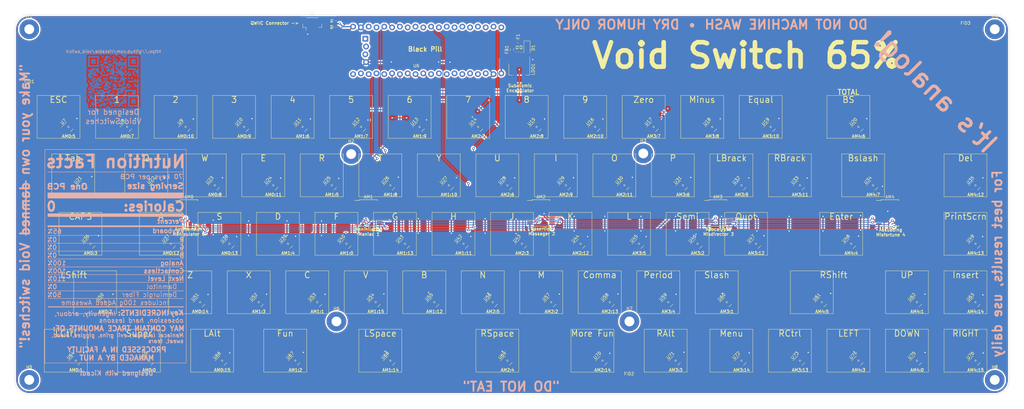
<source format=kicad_pcb>
(kicad_pcb (version 20211014) (generator pcbnew)
  (layers (0 "F.Cu" signal) (31 "B.Cu" signal) (34 "B.Paste" user) (35 "F.Paste" user) (36 "B.SilkS" user "B.Silkscreen") (37 "F.SilkS" user "F.Silkscreen") (38 "B.Mask" user) (39 "F.Mask" user) (44 "Edge.Cuts" user))
  (net 0 "")
  (net 1 "GND")
  (net 2 "+3.3V_QWIIC")
  (net 3 "PB7_SDA1")
  (net 4 "PB6_SCL1")
  (net 5 "FLASH_CS")
  (net 6 "PB14_MISO2")
  (net 7 "SELECT2")
  (net 8 "USART1_RX")
  (net 9 "PB4_DISP_CS")
  (net 10 "USB_D+")
  (net 11 "+3V3")
  (net 12 "RGBLED")
  (net 13 "PA8_DISP_DATA")
  (net 14 "SELECT1")
  (net 15 "PB13_SCK2")
  (net 16 "PB15_MOSI2")
  (net 17 "USART1_TX")
  (net 18 "SELECT3")
  (net 19 "+5V")
  (net 20 "PB3_DISP_SCK")
  (net 21 "USB_D-")
  (net 22 "AM2")
  (net 23 "PA7_MOSI1")
  (net 24 "AM4")
  (net 25 "PB0_ADC8")
  (net 26 "AM0")
  (net 27 "PWR_SENSE")
  (net 28 "PB1_ADC9_BUZZ")
  (net 29 "SELECT0")
  (net 30 "NRST")
  (net 31 "AM1")
  (net 32 "PA5_SCK1")
  (net 33 "PA6_MISO1")
  (net 34 "AM3")
  (net 35 "SWDIO")
  (net 36 "SWCLK")
  (net 37 "AM0:7")
  (net 38 "AM0:6")
  (net 39 "AM0:5")
  (net 40 "AM0:4")
  (net 41 "AM0:3")
  (net 42 "AM0:2")
  (net 43 "AM0:1")
  (net 44 "AM0:0")
  (net 45 "AM0:15")
  (net 46 "AM0:14")
  (net 47 "AM0:13")
  (net 48 "AM0:12")
  (net 49 "AM0:11")
  (net 50 "AM0:10")
  (net 51 "AM0:9")
  (net 52 "AM0:8")
  (net 53 "AM1:7")
  (net 54 "AM1:6")
  (net 55 "AM1:5")
  (net 56 "AM1:4")
  (net 57 "AM1:3")
  (net 58 "AM1:2")
  (net 59 "AM1:1")
  (net 60 "AM1:0")
  (net 61 "AM1:15")
  (net 62 "AM1:14")
  (net 63 "AM1:13")
  (net 64 "AM1:12")
  (net 65 "AM1:11")
  (net 66 "AM1:10")
  (net 67 "AM1:9")
  (net 68 "AM1:8")
  (net 69 "AM2:7")
  (net 70 "AM2:6")
  (net 71 "AM2:5")
  (net 72 "AM2:4")
  (net 73 "AM2:3")
  (net 74 "AM2:2")
  (net 75 "AM2:14")
  (net 77 "AM2:13")
  (net 78 "AM2:12")
  (net 79 "AM2:11")
  (net 80 "AM2:10")
  (net 81 "AM2:9")
  (net 82 "AM2:8")
  (net 83 "AM3:7")
  (net 84 "AM3:6")
  (net 85 "AM3:5")
  (net 86 "AM3:4")
  (net 87 "AM3:3")
  (net 88 "AM3:2")
  (net 89 "AM3:1")
  (net 90 "AM3:0")
  (net 91 "AM3:14")
  (net 92 "AM3:13")
  (net 93 "AM3:12")
  (net 94 "AM3:11")
  (net 95 "AM3:10")
  (net 96 "AM3:9")
  (net 97 "AM3:8")
  (net 98 "AM4:6")
  (net 99 "AM4:7")
  (net 100 "AM4:13")
  (net 101 "AM4:5")
  (net 102 "AM4:14")
  (net 103 "AM4:4")
  (net 104 "AM4:1")
  (net 105 "AM4:15")
  (net 106 "AM4:3")
  (net 107 "AM4:0")
  (net 108 "AM4:12")
  (net 112 "Net-(C1-Pad1)")
  (net 113 "Net-(D1-Pad1)")
  (net 114 "Net-(F1-Pad2)")
  (net 115 "SWD_3.3V")
  (footprint "Package_TO_SOT_SMD:SOT-23" (layer "F.Cu") (at 441.4 241.375 45)
    (fp_text reference "U31")
    (fp_text value "GH39FKSW")
  )
  (footprint "void_switch:VoidSwitch_1u_SMD" (layer "F.Cu") (at 514.35 295.275)
    (fp_text reference "AM4:0")
    (fp_text value "DOWN")
  )
  (footprint "Package_TO_SOT_SMD:SOT-23" (layer "F.Cu") (at 496.16875 260.425 45)
    (fp_text reference "U48")
    (fp_text value "GH39FKSW")
  )
  (footprint "void_switch:VoidSwitch_1u_SMD" (layer "F.Cu") (at 400.05 238.125)
    (fp_text reference "AM2:9")
    (fp_text value "I")
  )
  (footprint "void_switch:VoidSwitch_1u_SMD" (layer "F.Cu") (at 271.4625 257.175)
    (fp_text reference "AM0:12")
    (fp_text value "A")
  )
  (footprint "void_switch:VoidSwitch_1u_SMD" (layer "F.Cu") (at 266.7 238.125)
    (fp_text reference "AM0:6")
    (fp_text value "Q")
  )
  (footprint "Connector_JST:JST_SH_BM04B-SRSS-TB_1x04-1MP_P1.00mm_Vertical" (layer "F.Cu") (at 320.75 188.8)
    (fp_text reference "J1")
    (fp_text value "QWIIC")
  )
  (footprint "void_switch:VoidSwitch_1u_SMD" (layer "F.Cu") (at 257.175 219.075)
    (fp_text reference "AM0:7")
    (fp_text value "1")
  )
  (footprint "void_switch:VoidSwitch_1u_SMD" (layer "F.Cu") (at 238.125 219.075)
    (fp_text reference "AM0:5")
    (fp_text value "ESC")
  )
  (footprint "Package_TO_SOT_SMD:SOT-23" (layer "F.Cu") (at 246.1375 241.375 45)
    (fp_text reference "U21")
    (fp_text value "GH39FKSW")
  )
  (footprint "Package_TO_SOT_SMD:SOT-23" (layer "F.Cu") (at 536.65 260.425 45)
    (fp_text reference "U49")
    (fp_text value "GH39FKSW")
  )
  (footprint "void_switch:VoidSwitch_1u_SMD" (layer "F.Cu") (at 385.7625 257.175)
    (fp_text reference "AM2:3")
    (fp_text value "J")
  )
  (footprint "MountingHole:MountingHole_3.2mm_M3_Pad" (layer "F.Cu") (at 428.5 231)
    (fp_text reference "H3")
    (fp_text value "MountingHole")
  )
  (footprint "Package_TO_SOT_SMD:SOT-23" (layer "F.Cu") (at 312.8125 260.425 45)
    (fp_text reference "U39")
    (fp_text value "GH39FKSW")
  )
  (footprint "void_switch:VoidSwitch_1.25u_SMD" (layer "F.Cu") (at 240.50625 295.275)
    (fp_text reference "AM0:1")
    (fp_text value "LCtrl")
  )
  (footprint "void_switch:VoidSwitch_1u_SMD" (layer "F.Cu") (at 352.425 219.075)
    (fp_text reference "AM1:9")
    (fp_text value "6")
  )
  (footprint "void_switch:VoidSwitch_1u_SMD" (layer "F.Cu") (at 414.3375 276.225)
    (fp_text reference "AM2:13")
    (fp_text value "Comma")
  )
  (footprint "void_switch:VoidSwitch_1u_SMD" (layer "F.Cu") (at 500.0625 238.125)
    (fp_text reference "AM4:7")
    (fp_text value "Bslash")
  )
  (footprint "Package_TO_SOT_SMD:SOT-23" (layer "F.Cu") (at 446.1625 260.425 45)
    (fp_text reference "U46")
    (fp_text value "GH39FKSW")
  )
  (footprint "Package_SO:SSOP-24_5.3x8.2mm_P0.65mm" (layer "F.Cu") (at 280.6 250.4)
    (fp_text reference "AM0")
    (fp_text value "CD74HC4067SM")
  )
  (footprint "Package_TO_SOT_SMD:SOT-23" (layer "F.Cu") (at 293.7625 260.425 45)
    (fp_text reference "U38")
    (fp_text value "GH39FKSW")
  )
  (footprint "void_switch:VoidSwitch_1.25u_SMD" (layer "F.Cu") (at 311.94375 295.275)
    (fp_text reference "AM1:2")
    (fp_text value "Fun")
  )
  (footprint "void_switch:VoidSwitch_1u_SMD" (layer "F.Cu") (at 404.8125 257.175)
    (fp_text reference "AM2:12")
    (fp_text value "K")
  )
  (footprint "void_switch:VoidSwitch_1u_SMD" (layer "F.Cu") (at 280.9875 276.225)
    (fp_text reference "AM0:14")
    (fp_text value "Z")
  )
  (footprint "Capacitor_SMD:C_0402_1005Metric" (layer "F.Cu") (at 387.45 197.975 90)
    (fp_text reference "C1")
    (fp_text value "10u")
  )
  (footprint "void_switch:VoidSwitch_1u_SMD" (layer "F.Cu") (at 395.2875 276.225)
    (fp_text reference "AM2:2")
    (fp_text value "M")
  )
  (footprint "void_switch:VoidSwitch_1u_SMD" (layer "F.Cu") (at 376.2375 276.225)
    (fp_text reference "AM2:5")
    (fp_text value "N")
  )
  (footprint "Fiducial:Fiducial_1mm_Mask2mm" (layer "F.Cu") (at 228.6 209.55)
    (fp_text reference "FID1")
    (fp_text value "Fiducial")
  )
  (footprint "Package_TO_SOT_SMD:SOT-23" (layer "F.Cu") (at 346.15 241.375 45)
    (fp_text reference "U26")
    (fp_text value "GH39FKSW")
  )
  (footprint "Fiducial:Fiducial_1mm_Mask2mm" (layer "F.Cu") (at 423.8625 304.8)
    (fp_text reference "FID2")
    (fp_text value "Fiducial")
  )
  (footprint "void_switch:VoidSwitch_1u_SMD" (layer "F.Cu") (at 295.275 219.075)
    (fp_text reference "AM0:9")
    (fp_text value "3")
  )
  (footprint "void_switch:VoidSwitch_1u_SMD" (layer "F.Cu") (at 314.325 219.075)
    (fp_text reference "AM1:6")
    (fp_text value "4")
  )
  (footprint "Package_TO_SOT_SMD:SOT-23" (layer "F.Cu") (at 365.2 241.375 45)
    (fp_text reference "U27")
    (fp_text value "GH39FKSW")
  )
  (footprint "Package_TO_SOT_SMD:SOT-23" (layer "F.Cu") (at 260.425 222.325 45)
    (fp_text reference "U8")
    (fp_text value "GH39FKSW")
  )
  (footprint "Package_TO_SOT_SMD:SOT-23" (layer "F.Cu") (at 517.6 298.525 45)
    (fp_text reference "U75")
    (fp_text value "GH39FKSW")
  )
  (footprint "void_switch:VoidSwitch_1u_SMD" (layer "F.Cu") (at 319.0875 276.225)
    (fp_text reference "AM1:1")
    (fp_text value "C")
  )
  (footprint "void_switch:VoidSwitch_1u_SMD" (layer "F.Cu") (at 366.7125 257.1753)
    (fp_text reference "AM1:11")
    (fp_text value "H")
  )
  (footprint "void_switch:VoidSwitch_1.25u_SMD" (layer "F.Cu") (at 411.95625 295.275)
    (fp_text reference "AM2:14")
    (fp_text value "More Fun")
  )
  (footprint "Package_SO:SSOP-24_5.3x8.2mm_P0.65mm" (layer "F.Cu") (at 339 250.4)
    (fp_text reference "AM1")
    (fp_text value "CD74HC4067SM")
  )
  (footprint "Resistor_SMD:R_0402_1005Metric" (layer "F.Cu") (at 328.1 189.8 -90)
    (fp_text reference "R2")
    (fp_text value "2k2")
  )
  (footprint "void_switch:VoidSwitch_1u_SMD" (layer "F.Cu") (at 533.4 257.175)
    (fp_text reference "AM4:13")
    (fp_text value "PrintScrn")
  )
  (footprint "Package_TO_SOT_SMD:SOT-23" (layer "F.Cu") (at 422.35 241.375 45)
    (fp_text reference "U30")
    (fp_text value "GH39FKSW")
  )
  (footprint "void_switch:VoidSwitch_1u_SMD" (layer "F.Cu") (at 514.35 276.225)
    (fp_text reference "AM4:1")
    (fp_text value "UP")
  )
  (footprint "void_switch:VoidSwitch_1u_SMD" (layer "F.Cu") (at 371.475 219.075)
    (fp_text reference "AM2:7")
    (fp_text value "7")
  )
  (footprint "void_switch:VoidSwitch_1u_SMD" (layer "F.Cu") (at 533.4 276.225)
    (fp_text reference "AM4:14")
    (fp_text value "Insert")
  )
  (footprint "void_switch:VoidSwitch_1u_SMD" (layer "F.Cu") (at 285.75 238.125)
    (fp_text reference "AM0:8")
    (fp_text value "W")
  )
  (footprint "Resistor_SMD:R_0402_1005Metric" (layer "F.Cu") (at 328.1 187.69 90)
    (fp_text reference "R1")
    (fp_text value "2k2")
  )
  (footprint "void_switch:VoidSwitch_1u_SMD" (layer "F.Cu") (at 433.3875 276.225)
    (fp_text reference "AM3:4")
    (fp_text value "Period")
  )
  (footprint "void_switch:VoidSwitch_1u_SMD" (layer "F.Cu") (at 328.6125 257.175)
    (fp_text reference "AM1:0")
    (fp_text value "F")
  )
  (footprint "void_switch:VoidSwitch_1u_SMD" (layer "F.Cu") (at 309.5625 257.175)
    (fp_text reference "AM1:4")
    (fp_text value "D")
  )
  (footprint "void_switch:VoidSwitch_1u_SMD" (layer "F.Cu") (at 495.3 295.275)
    (fp_text reference "AM4:3")
    (fp_text value "LEFT")
  )
  (footprint "Package_SO:SSOP-24_5.3x8.2mm_P0.65mm" (layer "F.Cu") (at 452.8 250.4)
    (fp_text reference "AM3")
    (fp_text value "CD74HC4067SM")
  )
  (footprint "void_switch:VoidSwitch_1u_SMD" (layer "F.Cu") (at 438.15 238.125)
    (fp_text reference "AM3:6")
    (fp_text value "P")
  )
  (footprint "Package_TO_SOT_SMD:SOT-23" (layer "F.Cu") (at 317.575 222.325 45)
    (fp_text reference "U11")
    (fp_text value "GH39FKSW")
  )
  (footprint "Package_TO_SOT_SMD:SOT-23" (layer "F.Cu") (at 303.2875 279.475 45)
    (fp_text reference "U52")
    (fp_text value "GH39FKSW")
  )
  (footprint "Fiducial:Fiducial_1mm_Mask2mm" (layer "F.Cu") (at 533.4 190.5)
    (fp_text reference "FID3")
    (fp_text value "Fiducial")
  )
  (footprint "blackpill:BlackPill_STLINK" (layer "F.Cu") (at 357.1875 197.4 -90)
    (fp_text reference "U6")
    (fp_text value "BlackPill_STLINK")
  )
  (footprint "void_switch:VoidSwitch_1u_SMD" (layer "F.Cu") (at 361.95 238.125)
    (fp_text reference "AM1:10")
    (fp_text value "Y")
  )
  (footprint "Package_TO_SOT_SMD:SOT-23" (layer "F.Cu") (at 274.7125 260.425 45)
    (fp_text reference "U37")
    (fp_text value "GH39FKSW")
  )
  (footprint "Package_TO_SOT_SMD:SOT-23" (layer "F.Cu") (at 536.65 298.525 45)
    (fp_text reference "U76")
    (fp_text value "GH39FKSW")
  )
  (footprint "void_switch:VoidSwitch_1u_SMD" (layer "F.Cu") (at 452.4375 276.225)
    (fp_text reference "AM3:1")
    (fp_text value "Slash")
  )
  (footprint "Package_TO_SOT_SMD:SOT-23" (layer "F.Cu") (at 427.1125 260.425 45)
    (fp_text reference "U45")
    (fp_text value "GH39FKSW")
  )
  (footprint "void_switch:VoidSwitch_1u_SMD" (layer "F.Cu") (at 342.9 295.275)
    (fp_text reference "AM1:14")
    (fp_text value "LSpace")
  )
  (footprint "Package_TO_SOT_SMD:SOT-23" (layer "F.Cu") (at 431.875 222.325 45)
    (fp_text reference "U17")
    (fp_text value "GH39FKSW")
  )
  (footprint "Package_TO_SOT_SMD:SOT-23" (layer "F.Cu") (at 398.5375 279.475 45)
    (fp_text reference "U57")
    (fp_text value "GH39FKSW")
  )
  (footprint "Package_TO_SOT_SMD:SOT-23" (layer "F.Cu") (at 355.675 222.325 45)
    (fp_text reference "U13")
    (fp_text value "GH39FKSW")
  )
  (footprint "Package_TO_SOT_SMD:SOT-23" (layer "F.Cu") (at 369.9625 260.425 45)
    (fp_text reference "U42")
    (fp_text value "GH39FKSW")
  )
  (footprint "void_switch:VoidSwitch_1u_SMD" (layer "F.Cu") (at 447.675 219.075)
    (fp_text reference "AM3:8")
    (fp_text value "Minus")
  )
  (footprint "Package_TO_SOT_SMD:SOT-23" (layer "F.Cu") (at 465.2125 260.425 45)
    (fp_text reference "U47")
    (fp_text value "GH39FKSW")
  )
  (footprint "Package_TO_SOT_SMD:SOT-23" (layer "F.Cu") (at 374.725 222.325 45)
    (fp_text reference "U14")
    (fp_text value "GH39FKSW")
  )
  (footprint "Inductor_SMD:L_0805_2012Metric" (layer "F.Cu") (at 385.75 197.175 90)
    (fp_text reference "FB1")
    (fp_text value "100 @ 100 MHz")
  )
  (footprint "void_switch:VoidSwitch_1u_SMD" (layer "F.Cu") (at 442.9125 257.175)
    (fp_text reference "AM3:2")
    (fp_text value "Semi")
  )
  (footprint "Package_TO_SOT_SMD:SOT-23" (layer "F.Cu") (at 517.6 279.475 45)
    (fp_text reference "U62")
    (fp_text value "GH39FKSW")
  )
  (footprint "Package_TO_SOT_SMD:SOT-23" (layer "F.Cu") (at 469.975 222.325 45)
    (fp_text reference "U19")
    (fp_text value "GH39FKSW")
  )
  (footprint "void_switch:VoidSwitch_1u_SMD" (layer "F.Cu") (at 457.2 295.275)
    (fp_text reference "AM3:14")
    (fp_text value "Menu")
  )
  (footprint "Package_TO_SOT_SMD:SOT-23" (layer "F.Cu") (at 503.3125 241.375 45)
    (fp_text reference "U34")
    (fp_text value "GH39FKSW")
  )
  (footprint "Package_TO_SOT_SMD:SOT-23" (layer "F.Cu") (at 389.0125 260.425 45)
    (fp_text reference "U43")
    (fp_text value "GH39FKSW")
  )
  (footprint "Package_TO_SOT_SMD:SOT-23" (layer "F.Cu") (at 350.9125 260.425 45)
    (fp_text reference "U41")
    (fp_text value "GH39FKSW")
  )
  (footprint "void_switch:VoidSwitch_1u_SMD" (layer "F.Cu") (at 333.375 219.075)
    (fp_text reference "AM1:7")
    (fp_text value "5")
  )
  (footprint "Package_TO_SOT_SMD:SOT-23" (layer "F.Cu") (at 412.825 222.325 45)
    (fp_text reference "U16")
    (fp_text value "GH39FKSW")
  )
  (footprint "MountingHole:MountingHole_3.2mm_M3_Pad" (layer "F.Cu") (at 542.925 304.8)
    (fp_text reference "H8")
    (fp_text value "MountingHole")
  )
  (footprint "Package_SO:SSOP-24_5.3x8.2mm_P0.65mm" (layer "F.Cu") (at 508.8 250.4)
    (fp_text reference "AM4")
    (fp_text value "CD74HC4067SM")
  )
  (footprint "void_switch:VoidSwitch_1u_SMD" (layer "F.Cu") (at 245.26875 257.175)
    (fp_text reference "AM0:3")
    (fp_text value "CAPS")
  )
  (footprint "void_switch:VoidSwitch_1u_SMD" (layer "F.Cu") (at 357.1875 276.225)
    (fp_text reference "AM1:12")
    (fp_text value "B")
  )
  (footprint "Package_TO_SOT_SMD:SOT-23" (layer "F.Cu") (at 479.5 241.375 45)
    (fp_text reference "U33")
    (fp_text value "GH39FKSW")
  )
  (footprint "Package_TO_SOT_SMD:SOT-23" (layer "F.Cu") (at 298.525 222.325 45)
    (fp_text reference "U10")
    (fp_text value "GH39FKSW")
  )
  (footprint "void_switch:VoidSwitch_1u_SMD" (layer "F.Cu") (at 276.225 219.075)
    (fp_text reference "AM0:10")
    (fp_text value "2")
  )
  (footprint "Package_TO_SOT_SMD:SOT-23" (layer "F.Cu") (at 322.3375 279.475 45)
    (fp_text reference "U53")
    (fp_text value "GH39FKSW")
  )
  (footprint "Package_TO_SOT_SMD:SOT-23" (layer "F.Cu") (at 284.2375 279.475 45)
    (fp_text reference "U51")
    (fp_text value "GH39FKSW")
  )
  (footprint "Package_TO_SOT_SMD:SOT-23" (layer "F.Cu") (at 379.4875 279.475 45)
    (fp_text reference "U56")
    (fp_text value "GH39FKSW")
  )
  (footprint "Package_TO_SOT_SMD:SOT-23" (layer "F.Cu") (at 289 241.375 45)
    (fp_text reference "U23")
    (fp_text value "GH39FKSW")
  )
  (footprint "Package_TO_SOT_SMD:SOT-23" (layer "F.Cu") (at 450.925 222.325 45)
    (fp_text reference "U18")
    (fp_text value "GH39FKSW")
  )
  (footprint "Capacitor_SMD:C_0402_1005Metric" (layer "F.Cu") (at 388.75 197.974998 90)
    (fp_text reference "C2")
    (fp_text value "10u")
  )
  (footprint "Package_TO_SOT_SMD:SOT-23" (layer "F.Cu") (at 327.1 241.375 45)
    (fp_text reference "U25")
    (fp_text value "GH39FKSW")
  )
  (footprint "Package_TO_SOT_SMD:SOT-23" (layer "F.Cu") (at 455.6875 279.475 45)
    (fp_text reference "U60")
    (fp_text value "GH39FKSW")
  )
  (footprint "Package_TO_SOT_SMD:SOT-23" (layer "F.Cu") (at 241.375 222.325 45)
    (fp_text reference "U7")
    (fp_text value "GH39FKSW")
  )
  (footprint "Package_TO_SOT_SMD:SOT-23" (layer "F.Cu") (at 291.38125 298.525 45)
    (fp_text reference "U66")
    (fp_text value "GH39FKSW")
  )
  (footprint "Package_TO_SOT_SMD:SOT-23" (layer "F.Cu") (at 279.475 222.325 45)
    (fp_text reference "U9")
    (fp_text value "GH39FKSW")
  )
  (footprint "void_switch:VoidSwitch_1u_SMD" (layer "F.Cu") (at 290.5125 257.175)
    (fp_text reference "AM0:13")
    (fp_text value "S")
  )
  (footprint "void_switch:VoidSwitch_1.25u_SMD" (layer "F.Cu") (at 435.76875 295.275)
    (fp_text reference "AM3:3")
    (fp_text value "RAlt")
  )
  (footprint "MountingHole:MountingHole_3.2mm_M3_Pad" (layer "F.Cu") (at 542.925 190.5)
    (fp_text reference "H4")
    (fp_text value "MountingHole")
  )
  (footprint "Package_TO_SOT_SMD:SOT-23" (layer "F.Cu") (at 267.56875 298.525 45)
    (fp_text reference "U65")
    (fp_text value "GH39FKSW")
  )
  (footprint "Package_TO_SOT_SMD:SOT-23" (layer "F.Cu") (at 360.4375 279.475 45)
    (fp_text reference "U55")
    (fp_text value "GH39FKSW")
  )
  (footprint "void_switch:VoidSwitch_1u_SMD" (layer "F.Cu") (at 492.91875 257.175)
    (fp_text reference "AM4:4")
    (fp_text value "Enter")
  )
  (footprint "void_switch:VoidSwitch_1u_SMD" (layer "F.Cu") (at 323.85 238.125)
    (fp_text reference "AM1:5")
    (fp_text value "R")
  )
  (footprint "Diode_SMD:D_SOD-123" (layer "F.Cu") (at 390.650001 196.574999 -90)
    (fp_text reference "D1")
    (fp_text value "B5819W")
  )
  (footprint "MountingHole:MountingHole_3.2mm_M3_Pad" (layer "F.Cu") (at 228.6 304.8)
    (fp_text reference "H5")
    (fp_text value "MountingHole")
  )
  (footprint "void_switch:VoidSwitch_1u_SMD" (layer "F.Cu") (at 342.9 238.125)
    (fp_text reference "AM1:8")
    (fp_text value "T")
  )
  (footprint "void_switch:VoidSwitch_1u_SMD" (layer "F.Cu") (at 495.3 219.075)
    (fp_text reference "AM4:6")
    (fp_text value "BS")
  )
  (footprint "Package_TO_SOT_SMD:SOT-23" (layer "F.Cu") (at 393.775 222.325 45)
    (fp_text reference "U15")
    (fp_text value "GH39FKSW")
  )
  (footprint "Package_TO_SOT_SMD:SOT-23" (layer "F.Cu") (at 341.3875 279.475 45)
    (fp_text reference "U54")
    (fp_text value "GH39FKSW")
  )
  (footprint "Package_TO_SOT_SMD:SOT-23" (layer "F.Cu") (at 308.05 241.375 45)
    (fp_text reference "U24")
    (fp_text value "GH39FKSW")
  )
  (footprint "Package_TO_SOT_SMD:SOT-23" (layer "F.Cu") (at 253.28125 279.475 45)
    (fp_text reference "U50")
    (fp_text value "GH39FKSW")
  )
  (footprint "Package_TO_SOT_SMD:SOT-23" (layer "F.Cu") (at 536.65 279.475 45)
    (fp_text reference "U63")
    (fp_text value "GH39FKSW")
  )
  (footprint "void_switch:VoidSwitch_1u_SMD" (layer "F.Cu") (at 466.725 219.075)
    (fp_text reference "AM3:10")
    (fp_text value "Equal")
  )
  (footprint "Package_TO_SOT_SMD:SOT-23" (layer "F.Cu") (at 243.75625 298.525 45)
    (fp_text reference "U64")
    (fp_text value "GH39FKSW")
  )
  (footprint "Package_TO_SOT_SMD:SOT-23" (layer "F.Cu") (at 436.6375 279.475 45)
    (fp_text reference "U59")
    (fp_text value "GH39FKSW")
  )
  (footprint "Package_TO_SOT_SMD:SOT-23" (layer "F.Cu") (at 460.45 241.375 45)
    (fp_text reference "U32")
    (fp_text value "GH39FKSW")
  )
  (footprint "Package_TO_SOT_SMD:SOT-23" (layer "F.Cu") (at 460.45 298.525 45)
    (fp_text reference "U72")
    (fp_text value "GH39FKSW")
  )
  (footprint "void_switch:VoidSwitch_1u_SMD" (layer "F.Cu") (at 338.1375 276.225)
    (fp_text reference "AM1:15")
    (fp_text value "V")
  )
  (footprint "void_switch:VoidSwitch_1u_SMD" (layer "F.Cu") (at 428.625 219.075)
    (fp_text reference "AM3:7")
    (fp_text value "Zero")
  )
  (footprint "void_switch:VoidSwitch_1u_SMD" (layer "F.Cu") (at 390.525 219.075)
    (fp_text reference "AM2:8")
    (fp_text value "8")
  )
  (footprint "void_switch:VoidSwitch_1u_SMD" (layer "F.Cu") (at 409.575 219.075)
    (fp_text reference "AM2:10")
    (fp_text value "9")
  )
  (footprint "Package_TO_SOT_SMD:SOT-23" (layer "F.Cu") (at 486.64375 279.475 45)
    (fp_text reference "U61")
    (fp_text value "GH39FKSW")
  )
  (footprint "void_switch:VoidSwitch_1u_SMD" (layer "F.Cu") (at 461.9625 257.175)
    (fp_text reference "AM3:12")
    (fp_text value "Quot")
  )
  (footprint "void_switch:VoidSwitch_1u_SMD" (layer "F.Cu") (at 347.6625 257.175)
    (fp_text reference "AM1:13")
    (fp_text value "G")
  )
  (footprint "Package_TO_SOT_SMD:SOT-23" (layer "F.Cu") (at 417.5875 279.475 45)
    (fp_text reference "U58")
    (fp_text value "GH39FKSW")
  )
  (footprint "Package_TO_SOT_SMD:SOT-23" (layer "F.Cu") (at 346.15 298.525 45)
    (fp_text reference "U68")
    (fp_text value "GH39FKSW")
  )
  (footprint "void_switch:VoidSwitch_1u_SMD" (layer "F.Cu") (at 304.8 238.125)
    (fp_text reference "AM0:11")
    (fp_text value "E")
  )
  (footprint "Package_TO_SOT_SMD:SOT-23" (layer "F.Cu") (at 269.95 241.375 45)
    (fp_text reference "U22")
    (fp_text value "GH39FKSW")
  )
  (footprint "void_switch:VoidSwitch_1u_SMD" (layer "F.Cu") (at 533.4 238.125)
    (fp_text reference "AM4:12")
    (fp_text value "Del")
  )
  (footprint "Package_TO_SOT_SMD:SOT-23" (layer "F.Cu") (at 408.0625 260.425 45)
    (fp_text reference "U44")
    (fp_text value "GH39FKSW")
  )
  (footprint "MountingHole:MountingHole_3.2mm_M3_Pad" (layer "F.Cu") (at 328.6125 285.75)
    (fp_text reference "H6")
    (fp_text value "MountingHole")
  )
  (footprint "void_switch:VoidSwitch_1.25u_SMD" (layer "F.Cu") (at 288.13125 295.275)
    (fp_text reference "AM0:15")
    (fp_text value "LAlt")
  )
  (footprint "Package_TO_SOT_SMD:SOT-23" (layer "F.Cu") (at 384.25 241.375 45)
    (fp_text reference "U28")
    (fp_text value "GH39FKSW")
  )
  (footprint "MountingHole:MountingHole_3.2mm_M3_Pad" (layer "F.Cu") (at 333.4 231.2)
    (fp_text reference "H2")
    (fp_text value "MountingHole")
  )
  (footprint "Package_TO_SOT_SMD:SOT-23" (layer "F.Cu") (at 248.51875 260.425 45)
    (fp_text reference "U36")
    (fp_text value "GH39FKSW")
  )
  (footprint "void_switch:VoidSwitch_1u_SMD" (layer "F.Cu") (at 457.2 238.125)
    (fp_text reference "AM3:9")
    (fp_text value "LBrack")
  )
  (footprint "void_switch:VoidSwitch_65_pct" (layer "F.Cu") (at 371.475 219.075)
    (fp_text reference "REF**" hide)
    (fp_text value "65pct")
  )
  (footprint "Package_TO_SOT_SMD:SOT-23" (layer "F.Cu") (at 415.20625 298.525 45)
    (fp_text reference "U70")
    (fp_text value "GH39FKSW")
  )
  (footprint "MountingHole:MountingHole_3.2mm_M3_Pad" (layer "F.Cu") (at 424 285.75)
    (fp_text reference "H7")
    (fp_text value "MountingHole")
  )
  (footprint "Package_TO_SOT_SMD:SOT-23" (layer "F.Cu") (at 498.55 222.325 45)
    (fp_text reference "U20")
    (fp_text value "GH39FKSW")
  )
  (footprint "Package_TO_SOT_SMD:SOT-223-3_TabPin2" (layer "F.Cu") (at 388.15 203.575 -90)
    (fp_text reference "LDO1")
    (fp_text value "AMS1117-3.3")
  )
  (footprint "void_switch:VoidSwitch_1u_SMD" (layer "F.Cu") (at 476.25 238.125)
    (fp_text reference "AM3:11")
    (fp_text value "RBrack")
  )
  (footprint "Package_TO_SOT_SMD:SOT-23" (layer "F.Cu") (at 384.25 298.525 45)
    (fp_text reference "U69")
    (fp_text value "GH39FKSW")
  )
  (footprint "void_switch:VoidSwitch_1u_SMD" (layer "F.Cu") (at 300.0375 276.225)
    (fp_text reference "AM1:3")
    (fp_text value "X")
  )
  (footprint "Package_TO_SOT_SMD:SOT-23" (layer "F.Cu") (at 536.65 241.375 45)
    (fp_text reference "U35")
    (fp_text value "GH39FKSW")
  )
  (footprint "Package_TO_SOT_SMD:SOT-23" (layer "F.Cu") (at 336.625 222.325 45)
    (fp_text reference "U12")
    (fp_text value "GH39FKSW")
  )
  (footprint "void_switch:VoidSwitch_1u_SMD" (layer "F.Cu") (at 476.25 295.275)
    (fp_text reference "AM3:13")
    (fp_text value "RCtrl")
  )
  (footprint "void_switch:VoidSwitch_1u_SMD" (layer "F.Cu") (at 533.4 295.275)
    (fp_text reference "AM4:15")
    (fp_text value "RIGHT")
  )
  (footprint "Package_TO_SOT_SMD:SOT-23" (layer "F.Cu") (at 479.5 298.525 45)
    (fp_text reference "U73")
    (fp_text value "GH39FKSW")
  )
  (footprint "void_switch:VoidSwitch_1u_SMD" (layer "F.Cu") (at 381 295.275)
    (fp_text reference "AM2:4")
    (fp_text value "RSpace")
  )
  (footprint "void_switch:VoidSwitch_1u_SMD" (layer "F.Cu") (at 419.1 238.125)
    (fp_text reference "AM2:11")
    (fp_text value "O")
  )
  (footprint "Package_TO_SOT_SMD:SOT-23" (layer "F.Cu") (at 403.3 241.375 45)
    (fp_text reference "U29")
    (fp_text value "GH39FKSW")
  )
  (footprint "Package_TO_SOT_SMD:SOT-23" (layer "F.Cu") (at 315.19375 298.525 45)
    (fp_text reference "U67")
    (fp_text value "GH39FKSW")
  )
  (footprint "void_switch:VoidSwitch_1u_SMD" (layer "F.Cu") (at 242.8875 238.125)
    (fp_text reference "AM0:4")
    (fp_text value "Tab")
  )
  (footprint "void_switch:VoidSwitch_1.25u_SMD" (layer "F.Cu") (at 264.31875 295.275)
    (fp_text reference "AM0:0")
    (fp_text value "Super")
  )
  (footprint "Package_TO_SOT_SMD:SOT-23" (layer "F.Cu") (at 498.55 298.525 45)
    (fp_text reference "U74")
    (fp_text value "GH39FKSW")
  )
  (footprint "Package_TO_SOT_SMD:SOT-23" (layer "F.Cu") (at 439.01875 298.525 45)
    (fp_text reference "U71")
    (fp_text value "GH39FKSW")
  )
  (footprint "MountingHole:MountingHole_3.2mm_M3_Pad" (layer "F.Cu") (at 228.6 190.5)
    (fp_text reference "H1")
    (fp_text value "MountingHole")
  )
  (footprint "Package_TO_SOT_SMD:SOT-23" (layer "F.Cu") (at 331.8625 260.425 45)
    (fp_text reference "U40")
    (fp_text value "GH39FKSW")
  )
  (footprint "void_switch:VoidSwitch_1u_SMD" (layer "F.Cu") (at 381 238.125)
    (fp_text reference "AM2:6")
    (fp_text value "U")
  )
  (footprint "void_switch:VoidSwitch_1u_SMD" (layer "F.Cu") (at 483.39375 276.225)
    (fp_text reference "AM4:5")
    (fp_text value "RShift")
  )
  (footprint "Fuse:Fuse_0603_1608Metric" (layer "F.Cu") (at 387.750001 194.475001 180)
    (fp_text reference "F1")
    (fp_text value "500mA")
  )
  (footprint "void_switch:VoidSwitch_1u_SMD" (layer "F.Cu") (at 423.8625 257.175)
    (fp_text reference "AM3:5")
    (fp_text value "L")
  )
  (footprint "Package_SO:SSOP-24_5.3x8.2mm_P0.65mm" (layer "F.Cu") (at 395.2 250.4)
    (fp_text reference "AM2")
    (fp_text value "CD74HC4067SM")
  )
  (footprint "void_switch:VoidSwitch_1u_SMD" (layer "F.Cu") (at 250.03125 276.225)
    (fp_text reference "AM0:2")
    (fp_text value "LShift")
  )
  (footprint "void_switch:VoidSwitch_Repo_QR_0.5mm" (layer "B.Cu") (at 256 207.5 180)
    (fp_text reference "QR*****" hide)
    (fp_text value "https://github.com/riskable/void_switch")
  )
  (gr_line (start 233.68 229.7) (end 279.68 229.7) (layer "B.SilkS") (width 0.15))
  (gr_line (start 234.63 267.98) (end 278.85 267.98) (layer "B.SilkS") (width 0.15))
  (gr_line (start 234.63 260.26) (end 278.85 260.26) (layer "B.SilkS") (width 0.15))
  (gr_line (start 234.63 265.39) (end 278.85 265.39) (layer "B.SilkS") (width 0.15))
  (gr_line (start 234.63 270.5) (end 278.85 270.5) (layer "B.SilkS") (width 0.15))
  (gr_line (start 234.63 262.83) (end 278.85 262.83) (layer "B.SilkS") (width 0.15))
  (gr_line (start 234.63 257.7) (end 278.85 257.7) (layer "B.SilkS") (width 0.15))
  (gr_line (start 234.63 275.77) (end 278.85 275.77) (layer "B.SilkS") (width 0.15))
  (gr_line (start 279.68 299.28) (end 233.68 299.29) (layer "B.SilkS") (width 0.15))
  (gr_line (start 234.64 273) (end 278.86 273) (layer "B.SilkS") (width 0.15))
  (gr_line (start 234.63 278.27) (end 278.85 278.27) (layer "B.SilkS") (width 0.15))
  (gr_line (start 234.57 237.03) (end 278.79 237.03) (layer "B.SilkS") (width 0.15))
  (gr_line (start 227.5 240) (end 227.5 257.5) (layer "B.SilkS") (width 0.5))
  (gr_line (start 233.68 299.29) (end 233.68 229.7) (layer "B.SilkS") (width 0.15))
  (gr_line (start 279.68 229.7) (end 279.68 299.28) (layer "B.SilkS") (width 0.15))
  (gr_arc (start 223.8375 190.5) (mid 225.232404 187.132404) (end 228.6 185.7375) (layer "Edge.Cuts") (width 0.1))
  (gr_arc (start 228.6 309.5625) (mid 225.232404 308.167596) (end 223.8375 304.8) (layer "Edge.Cuts") (width 0.1))
  (gr_line (start 547.6875 304.8) (end 547.6875 190.5) (layer "Edge.Cuts") (width 0.1))
  (gr_line (start 223.8375 190.5) (end 223.8375 304.8) (layer "Edge.Cuts") (width 0.1))
  (gr_line (start 228.6 309.5625) (end 542.925 309.5625) (layer "Edge.Cuts") (width 0.1))
  (gr_line (start 542.925 185.7375) (end 228.6 185.7375) (layer "Edge.Cuts") (width 0.1))
  (gr_arc (start 542.925 185.7375) (mid 546.292596 187.132404) (end 547.6875 190.5) (layer "Edge.Cuts") (width 0.1))
  (gr_arc (start 547.6875 304.8) (mid 546.292596 308.167596) (end 542.925 309.5625) (layer "Edge.Cuts") (width 0.1))
  (gr_text "100%" (at 234.4 269.3) (layer "B.SilkS") (effects (font (size 1.5 1.5) (thickness 0.25)) (justify right mirror)))
  (gr_text "0%" (at 237.75 259.1) (layer "B.SilkS") (effects (font (size 1.5 1.5) (thickness 0.25)) (justify left mirror)))
  (gr_text "Nutrition Facts" (at 256.73 233.65) (layer "B.SilkS") (effects (font (size 4.03 4.03) (thickness 0.8)) (justify mirror)))
  (gr_text "Damnitol" (at 271.74 274.44) (layer "B.SilkS") (effects (font (size 1.5 1.5) (thickness 0.2)) (justify mirror)))
  (gr_text "\"DO NOT EAT\"" (at 385.5 307) (layer "B.SilkS") (effects (font (size 3 3) (thickness 0.6)) (justify mirror)))
  (gr_text "70 keys per PCB" (at 268.47 238.58) (layer "B.SilkS") (effects (font (size 1.5 1.6) (thickness 0.25)) (justify mirror)))
  (gr_text "G" (at 278.28 261.6) (layer "B.SilkS") (effects (font (size 1.5 1.5) (thickness 0.3)) (justify mirror)))
  (gr_text "It's analog!" (at 523.75 211 315) (layer "B.SilkS") (effects (font (size 6 6) (thickness 1)) (justify mirror)))
  (gr_text "100%" (at 237.55 266.75) (layer "B.SilkS") (effects (font (size 1.5 1.5) (thickness 0.25)) (justify mirror)))
  (gr_text "0%" (at 237.75 264.2) (layer "B.SilkS") (effects (font (size 1.5 1.5) (thickness 0.25)) (justify left mirror)))
  (gr_text "B" (at 277.35 264.18) (layer "B.SilkS") (effects (font (size 1.5 1.5) (thickness 0.3)) (justify right mirror)))
  (gr_text "0%" (at 237.75 261.62) (layer "B.SilkS") (effects (font (size 1.5 1.5) (thickness 0.25)) (justify left mirror)))
  (gr_text "Designed with Kicad!" (at 257.03 302.61) (layer "B.SilkS") (effects (font (size 1.5 1.5) (thickness 0.3)) (justify mirror)))
  (gr_text "Maniacal laughter, evil grins, giggles, blood," (at 257.42 290.25) (layer "B.SilkS") (effects (font (size 1.25 1.25) (thickness 0.25) italic) (justify mirror)))
  (gr_text "sweat, tears" (at 273.12 292.15) (layer "B.SilkS") (effects (font (size 1.25 1.25) (thickness 0.25) italic) (justify mirror)))
  (gr_text "0%" (at 237.8 274.47) (layer "B.SilkS") (effects (font (size 1.5 1.5) (thickness 0.25)) (justify left mirror)))
  (gr_text "PROCESSED IN A FACILITY\nMANAGED BY A NUT" (at 257.1 296.29) (layer "B.SilkS") (effects (font (size 1.65 1.65) (thickness 0.375)) (justify mirror)))
  (gr_text "Contactless" (at 279.15 269.3) (layer "B.SilkS") (effects (font (size 1.5 1.5) (thickness 0.3)) (justify left mirror)))
  (gr_text "Analog" (at 279 266.75) (layer "B.SilkS") (effects (font (size 1.5 1.5) (thickness 0.3)) (justify left mirror)))
  (gr_text "Next Level" (at 279.15 271.8) (layer "B.SilkS") (effects (font (size 1.5 1.5) (thickness 0.3)) (justify left mirror)))
  (gr_text "One PCB" (at 240.96 241.78) (layer "B.SilkS") (effects (font (size 1.8 2) (thickness 0.45)) (justify mirror)))
  (gr_text "Ingenuity, ardour," (at 246.86 283.19) (layer "B.SilkS") (effects (font (size 1.5 1.5) (thickness 0.25) italic) (justify mirror)))
  (gr_text "Calories:" (at 269.23 248.3) (layer "B.SilkS") (effects (font (size 3 3) (thickness 0.7)) (justify mirror)))
  (gr_text "INGREDIENTS:" (at 265.81 283) (layer "B.SilkS") (effects (font (size 1.65 1.65) (thickness 0.375)) (justify mirror)))
  (gr_text "Key" (at 276.72 282.9) (layer "B.SilkS") (effects (font (size 1.65 1.65) (thickness 0.375) italic) (justify mirror)))
  (gr_text "obsession, hard lessons" (at 265.13 285.41) (layer "B.SilkS") (effects (font (size 1.5 1.5) (thickness 0.25) italic) (justify mirror)))
  (gr_text "Percent" (at 274.63 253.1) (layer "B.SilkS") (effects (font (size 1.5 1.5) (thickness 0.35) italic) (justify mirror)))
  (gr_text "Keyboard" (at 273.88 256.2) (layer "B.SilkS") (effects (font (size 1.5 1.5) (thickness 0.3)) (justify mirror)))
  (gr_text "\"Make your own damned Void switches!\"" (at 227.2 248.225 90) (layer "B.SilkS") (effects (font (size 3 3) (thickness 0.6)) (justify mirror)))
  (gr_text "Serving size" (at 269.6 241.59) (layer "B.SilkS") (effects (font (size 1.8 2) (thickness 0.45)) (justify mirror)))
  (gr_text "DO NOT MACHINE WASH • DRY HUMOR ONLY" (at 450.75 189) (layer "B.SilkS") (effects (font (size 3 3) (thickness 0.6)) (justify mirror)))
  (gr_text "50%" (at 239.23 277.09) (layer "B.SilkS") (effects (font (size 1.5 1.5) (thickness 0.25)) (justify left mirror)))
  (gr_text "Demiurgic Fiber" (at 267.77 277.04) (layer "B.SilkS") (effects (font (size 1.5 1.5) (thickness 0.2)) (justify mirror)))
  (gr_text "For best results, use daily" (at 543.75 267 90) (layer "B.SilkS") (effects (font (size 3 3) (thickness 0.6)) (justify mirror)))
  (gr_text "MAY CONTAIN TRACE AMOUNTS OF:" (at 257.72 288.05) (layer "B.SilkS") (effects (font (size 1.65 1.65) (thickness 0.375)) (justify mirror)))
  (gr_text "R" (at 278.28 259.15) (layer "B.SilkS") (effects (font (size 1.5 1.5) (thickness 0.3)) (justify mirror)))
  (gr_text "Includes 100g Added Awesome" (at 256.53 279.63) (layer "B.SilkS") (effects (font (size 1.5 1.5) (thickness 0.2)) (justify mirror)))
  (gr_text "110%" (at 237.53 271.85) (layer "B.SilkS") (effects (font (size 1.5 1.5) (thickness 0.25)) (justify mirror)))
  (gr_text "0" (at 235.78 248.3) (layer "B.SilkS") (effects (font (size 3 3) (thickness 0.7)) (justify mirror)))
  (gr_text "65%" (at 236.84 256.39) (layer "B.SilkS") (effects (font (size 1.5 1.5) (thickness 0.25)) (justify mirror)))
  (gr_text "Subatomic\nEncabulator" (at 388.4 209.7) (layer "F.SilkS") (effects (font (size 1 1) (thickness 0.2))))
  (gr_text "Aprehension\nManipulator 0" (at 280.5 256.5) (layer "F.SilkS") (effects (font (size 1 1) (thickness 0.2))))
  (gr_text "Apocalypse\nMisdirector 3" (at 453 256.5) (layer "F.SilkS") (effects (font (size 1 1) (thickness 0.2))))
  (gr_text "Void Switch 65%" (at 462 199.1) (layer "F.SilkS") (effects (font (size 8 8) (thickness 1.5))))
  (gr_text "Black Pill" (at 357.5 197) (layer "F.SilkS") (effects (font (size 1.5 1.5) (thickness 0.3))))
  (gr_text "Annihilating\nManiac 1" (at 339.2 256.5) (layer "F.SilkS") (effects (font (size 1 1) (thickness 0.2))))
  (gr_text "QWIIC Connector ->" (at 308.5 188.5) (layer "F.SilkS") (effects (font (size 1 1) (thickness 0.2))))
  (gr_text "TOTAL" (at 495.3 211) (layer "F.SilkS") (effects (font (size 1.65 1.65) (thickness 0.3))))
  (gr_text "Assertion\nMassager 2" (at 395.45 256.35) (layer "F.SilkS") (effects (font (size 1 1) (thickness 0.2))))
  (gr_text "Assuading\nMisfortune 4" (at 509.05 256.7) (layer "F.SilkS") (effects (font (size 1 1) (thickness 0.2))))
  (segment (start 496.831663 259.718337) (end 498.6 257.95) (width 0.4) (layer "F.Cu") (net 1))
  (segment (start 427.775413 259.762087) (end 427.787913 259.762087) (width 0.4) (layer "F.Cu") (net 1))
  (segment (start 342.6 252.675) (end 345.775 252.675) (width 0.4) (layer "F.Cu") (net 1))
  (segment (start 510.925 252.675) (end 508.1 249.85) (width 0.4) (layer "F.Cu") (net 1))
  (segment (start 439.681663 297.862087) (end 439.687913 297.862087) (width 0.4) (layer "F.Cu") (net 1))
  (segment (start 242.037913 221.662087) (end 244.1 219.6) (width 0.4) (layer "F.Cu") (net 1))
  (segment (start 499.212913 221.662087) (end 499.237913 221.662087) (width 0.4) (layer "F.Cu") (net 1))
  (segment (start 384.912913 297.862087) (end 384.912913 297.812913) (width 0.4) (layer "F.Cu") (net 1))
  (segment (start 480.162913 240.712087) (end 480.162913 240.687087) (width 0.4) (layer "F.Cu") (net 1))
  (segment (start 396.2 251.45) (end 396.2 250.55) (width 0.4) (layer "F.Cu") (net 1))
  (segment (start 308.712913 240.712087) (end 308.737913 240.712087) (width 0.4) (layer "F.Cu") (net 1))
  (segment (start 415.869163 297.862087) (end 415.887913 297.862087) (width 0.4) (layer "F.Cu") (net 1))
  (segment (start 461.137913 297.862087) (end 463 296) (width 0.4) (layer "F.Cu") (net 1))
  (segment (start 251.14375 257.8) (end 251.15 257.8) (width 0.4) (layer "F.Cu") (net 1))
  (segment (start 313.475413 259.762087) (end 313.487913 259.762087) (width 0.4) (layer "F.Cu") (net 1))
  (segment (start 470.637913 221.662087) (end 472.65 219.65) (width 0.4) (layer "F.Cu") (net 1))
  (segment (start 397.675 252.025) (end 396.2 250.55) (width 0.4) (layer "F.Cu") (net 1))
  (segment (start 342.050413 278.799587) (end 344.05 276.8) (width 0.4) (layer "F.Cu") (net 1))
  (segment (start 356.337913 221.662087) (end 357.95 220.05) (width 0.4) (layer "F.Cu") (net 1))
  (segment (start 537.312913 240.712087) (end 537.312913 240.687087) (width 0.4) (layer "F.Cu") (net 1))
  (segment (start 508.525 249.425) (end 508.1 249.85) (width 0.4) (layer "F.Cu") (net 1))
  (segment (start 375.387913 221.662087) (end 372.85 219.124174) (width 0.4) (layer "F.Cu") (net 1))
  (segment (start 391.6 251.375) (end 393.99432 251.375) (width 0.4) (layer "F.Cu") (net 1))
  (segment (start 289.687913 240.712087) (end 291.5 238.9) (width 0.4) (layer "F.Cu") (net 1))
  (segment (start 456.350413 278.812087) (end 456.350413 278.750413) (width 0.4) (layer "F.Cu") (net 1))
  (segment (start 416 256.25) (end 416 251.5) (width 0.4) (layer "F.Cu") (net 1))
  (segment (start 432.537913 221.662087) (end 434.4 219.8) (width 0.4) (layer "F.Cu") (net 1))
  (segment (start 457.925 252.675) (end 458.55 252.05) (width 0.4) (layer "F.Cu") (net 1))
  (segment (start 461.112913 240.687087) (end 462.85 238.95) (width 0.4) (layer "F.Cu") (net 1))
  (segment (start 338.2645 201.21) (end 346.44 201.21) (width 0.4) (layer "F.Cu") (net 1))
  (segment (start 446.825413 259.762087) (end 446.825413 258.475413) (width 0.4) (layer "F.Cu") (net 1))
  (segment (start 509.175 248.775) (end 508.1 249.85) (width 0.4) (layer "F.Cu") (net 1))
  (segment (start 323.000413 278.812087) (end 323.000413 278.799587) (width 0.4) (layer "F.Cu") (net 1))
  (segment (start 327.787913 240.712087) (end 329.35 239.15) (width 0.4) (layer "F.Cu") (net 1))
  (segment (start 509.825 248.125) (end 508.1 249.85) (width 0.4) (layer "F.Cu") (net 1))
  (segment (start 319.252 192.098) (end 319.25 192.1) (width 0.4) (layer "F.Cu") (net 1))
  (segment (start 398.8 252.675) (end 397.425 252.675) (width 0.4) (layer "F.Cu") (net 1))
  (segment (start 346.812913 240.712087) (end 346.812913 240.687087) (width 0.4) (layer "F.Cu") (net 1))
  (segment (start 384.912913 240.687087) (end 386.65 238.95) (width 0.4) (layer "F.Cu") (net 1))
  (segment (start 496.831663 259.762087) (end 496.831663 259.718337) (width 0.4) (layer "F.Cu") (net 1))
  (segment (start 487.306663 278.793337) (end 489.5 276.6) (width 0.4) (layer "F.Cu") (net 1))
  (segment (start 399.200413 278.799587) (end 401.15 276.85) (width 0.4) (layer "F.Cu") (net 1))
  (segment (start 439 256.25) (end 439 251.5) (width 0.4) (layer "F.Cu") (net 1))
  (segment (start 397.425 252.675) (end 396.2 251.45) (width 0.4) (layer "F.Cu") (net 1))
  (segment (start 332.525413 257.825413) (end 331.7 257) (width 0.4) (layer "F.Cu") (net 1))
  (segment (start 427.787913 259.762087) (end 429.45 258.1) (width 0.4) (layer "F.Cu") (net 1))
  (segment (start 442.062913 240.687087) (end 443.95 238.8) (width 0.4) (layer "F.Cu") (net 1))
  (segment (start 312.5 257.75) (end 312.5 253) (width 0.4) (layer "F.Cu") (net 1))
  (segment (start 465.5 256.25) (end 465.5 251.5) (width 0.4) (layer "F.Cu") (net 1))
  (segment (start 248.95 238.5625) (end 248.95 238.55) (width 0.4) (layer "F.Cu") (net 1))
  (segment (start 355.25 257) (end 355.25 252.25) (width 0.4) (layer "F.Cu") (net 1))
  (segment (start 365.862913 240.712087) (end 365.862913 240.687087) (width 0.4) (layer "F.Cu") (net 1))
  (segment (start 537.312913 278.812087) (end 537.337913 278.812087) (width 0.4) (layer "F.Cu") (net 1))
  (segment (start 442.062913 240.712087) (end 442.062913 240.687087) (width 0.4) (layer "F.Cu") (net 1))
  (segment (start 389.0575 197.494999) (end 389.5375 197.974999) (width 0.4) (layer "F.Cu") (net 1))
  (segment (start 384.912913 240.712087) (end 384.912913 240.687087) (width 0.4) (layer "F.Cu") (net 1))
  (segment (start 415.887913 297.862087) (end 417.6 296.15) (width 0.4) (layer "F.Cu") (net 1))
  (segment (start 480.162913 297.862087) (end 480.187913 297.862087) (width 0.4) (layer "F.Cu") (net 1))
  (segment (start 319.252 190.127) (end 319.252 192.098) (width 0.4) (layer "F.Cu") (net 1))
  (segment (start 275.375413 259.762087) (end 275.375413 258.324587) (width 0.4) (layer "F.Cu") (net 1))
  (segment (start 446.825413 258.475413) (end 445.65 257.3) (width 0.4) (layer "F.Cu") (net 1))
  (segment (start 403.962913 240.712087) (end 403.987913 240.712087) (width 0.4) (layer "F.Cu") (net 1))
  (segment (start 456.4 252.675) (end 457.925 252.675) (width 0.4) (layer "F.Cu") (net 1))
  (segment (start 366 257) (end 366 252.25) (width 0.4) (layer "F.Cu") (net 1))
  (segment (start 423.037913 240.712087) (end 424.95 238.8) (width 0.4) (layer "F.Cu") (net 1))
  (segment (start 499.212913 297.762913) (end 497.1 295.65) (width 0.4) (layer "F.Cu") (net 1))
  (segment (start 537.337913 297.862087) (end 539.15 296.05) (width 0.4) (layer "F.Cu") (net 1))
  (segment (start 423.012913 240.712087) (end 423.037913 240.712087) (width 0.4) (layer "F.Cu") (net 1))
  (segment (start 346.812913 297.812913) (end 344.45 295.45) (width 0.4) (layer "F.Cu") (net 1))
  (segment (start 294.425413 259.762087) (end 294.437913 259.762087) (width 0.4) (layer "F.Cu") (net 1))
  (segment (start 253.944163 278.812087) (end 253.944163 278.805837) (width 0.4) (layer "F.Cu") (net 1))
  (segment (start 323.000413 278.799587) (end 324.9 276.9) (width 0.4) (layer "F.Cu") (net 1))
  (segment (start 480.162913 240.687087) (end 481.85 239) (width 0.4) (layer "F.Cu") (net 1))
  (segment (start 346.812913 240.687087) (end 348.75 238.75) (width 0.4) (layer "F.Cu") (net 1))
  (segment (start 244.437913 297.862087) (end 246.35 295.95) (width 0.4) (layer "F.Cu") (net 1))
  (segment (start 390.45 200.425) (end 392.475 200.425) (width 0.4) (layer "F.Cu") (net 1))
  (segment (start 370.625413 259.762087) (end 370.637913 259.762087) (width 0.4) (layer "F.Cu") (net 1))
  (segment (start 277 253.975) (end 277 256.7) (width 0.4) (layer "F.Cu") (net 1))
  (segment (start 345.775 252.675) (end 345.8 252.65) (width 0.4) (layer "F.Cu") (net 1))
  (segment (start 361.100413 278.800413) (end 358.6 276.3) (width 0.4) (layer "F.Cu") (net 1))
  (segment (start 292.044163 297.862087) (end 292.044163 297.855837) (width 0.4) (layer "F.Cu") (net 1))
  (segment (start 380.150413 278.812087) (end 380.150413 278.800413) (width 0.4) (layer "F.Cu") (net 1))
  (segment (start 427.75 256.25) (end 427.75 251.5) (width 0.4) (layer "F.Cu") (net 1))
  (segment (start 406 256.25) (end 406 251.5) (width 0.4) (layer "F.Cu") (net 1))
  (segment (start 399.200413 278.812087) (end 399.200413 278.799587) (width 0.4) (layer "F.Cu") (net 1))
  (segment (start 437.300413 278.812087) (end 437.300413 278.799587) (width 0.4) (layer "F.Cu") (net 1))
  (segment (start 512.4 248.125) (end 509.825 248.125) (width 0.4) (layer "F.Cu") (net 1))
  (segment (start 351.575413 259.725413) (end 349.65 257.8) (width 0.4) (layer "F.Cu") (net 1))
  (segment (start 346.812913 297.862087) (end 346.812913 297.812913) (width 0.4) (layer "F.Cu") (net 1))
  (segment (start 439.687913 297.862087) (end 441.75 295.8) (width 0.4) (layer "F.Cu") (net 1))
  (segment (start 318.237913 221.662087) (end 320.15 219.75) (width 0.4) (layer "F.Cu") (net 1))
  (segment (start 288.425 252.675) (end 288.5 252.75) (width 0.4) (layer "F.Cu") (net 1))
  (segment (start 449.2 253.975) (end 449.2 255) (width 0.4) (layer "F.Cu") (net 1))
  (segment (start 393.99432 251.375) (end 394.81932 250.55) (width 0.4) (layer "F.Cu") (net 1))
  (segment (start 377 257) (end 377 252.25) (width 0.4) (layer "F.Cu") (net 1))
  (segment (start 487 256.25) (end 487 251.5) (width 0.4) (layer "F.Cu") (net 1))
  (segment (start 332.525413 259.762087) (end 332.525413 257.825413) (width 0.4) (layer "F.Cu") (net 1))
  (segment (start 391.6 253.975) (end 391.6 255.8) (width 0.4) (layer "F.Cu") (net 1))
  (segment (start 268.231663 297.862087) (end 268.231663 297.831663) (width 0.4) (layer "F.Cu") (net 1))
  (segment (start 388.75 197.494997) (end 389.0575 197.494999) (width 0.4) (layer "F.Cu") (net 1))
  (segment (start 418.250413 278.799587) (end 420.25 276.8) (width 0.4) (layer "F.Cu") (net 1))
  (segment (start 391.6 255.8) (end 392.35 256.55) (width 0.4) (layer "F.Cu") (net 1))
  (segment (start 518.262913 278.812087) (end 518.262913 278.787087) (width 0.4) (layer "F.Cu") (net 1))
  (segment (start 323.75 257.75) (end 323.75 253) (width 0.4) (layer "F.Cu") (net 1))
  (segment (start 299.187913 221.662087) (end 301.15 219.7) (width 0.4) (layer "F.Cu") (net 1))
  (segment (start 303.950413 278.799587) (end 305.85 276.9) (width 0.4) (layer "F.Cu") (net 1))
  (segment (start 315.856663 297.843337) (end 317.85 295.85) (width 0.4) (layer "F.Cu") (net 1))
  (segment (start 537.312913 259.762087) (end 537.337913 259.762087) (width 0.4) (layer "F.Cu") (net 1))
  (segment (start 342.050413 278.812087) (end 342.050413 278.799587) (width 0.4) (layer "F.Cu") (net 1))
  (segment (start 476 256.25) (end 476 251.5) (width 0.4) (layer "F.Cu") (net 1))
  (segment (start 394.437913 221.662087) (end 396.35 219.75) (width 0.4) (layer "F.Cu") (net 1))
  (segment (start 389.675413 259.725413) (end 387.1 257.15) (width 0.4) (layer "F.Cu") (net 1))
  (segment (start 512.4 248.775) (end 509.175 248.775) (width 0.4) (layer "F.Cu") (net 1))
  (segment (start 505.2 250.725) (end 507.225 250.725) (width 0.4) (layer "F.Cu") (net 1))
  (segment (start 499.237913 221.662087) (end 501.25 219.65) (width 0.4) (layer "F.Cu") (net 1))
  (segment (start 335.4 253.975) (end 335.4 257.15) (width 0.4) (layer "F.Cu") (net 1))
  (segment (start 308.737913 240.712087) (end 310.45 239) (width 0.4) (layer "F.Cu") (net 1))
  (segment (start 507.225 250.725) (end 508.1 249.85) (width 0.4) (layer "F.Cu") (net 1))
  (segment (start 246.800413 240.712087) (end 248.95 238.5625) (width 0.4) (layer "F.Cu") (net 1))
  (segment (start 365.862913 240.687087) (end 367.65 238.9) (width 0.4) (layer "F.Cu") (net 1))
  (segment (start 398.8 252.025) (end 397.675 252.025) (width 0.4) (layer "F.Cu") (net 1))
  (segment (start 408.725413 259.762087) (end 408.737913 259.762087) (width 0.4) (layer "F.Cu") (net 1))
  (segment (start 512.4 249.425) (end 508.525 249.425) (width 0.4) (layer "F.Cu") (net 1))
  (segment (start 499.25 256) (end 499.25 251.25) (width 0.4) (layer "F.Cu") (net 1))
  (segment (start 437.300413 278.799587) (end 439.2 276.9) (width 0.4) (layer "F.Cu") (net 1))
  (segment (start 408.737913 259.762087) (end 410.4 258.1) (width 0.4) (layer "F.Cu") (net 1))
  (segment (start 384.912913 297.812913) (end 382.55 295.45) (width 0.4) (layer "F.Cu") (net 1))
  (segment (start 510.475 247.475) (end 508.1 249.85) (width 0.4) (layer "F.Cu") (net 1))
  (segment (start 537.337913 259.762087) (end 539 258.1) (width 0.4) (layer "F.Cu") (net 1))
  (segment (start 244.419163 297.862087) (end 244.437913 297.862087) (width 0.4) (layer "F.Cu") (net 1))
  (segment (start 392.475 200.425) (end 392.5 200.4) (width 0.4) (layer "F.Cu") (net 1))
  (segment (start 465.875413 259.762087) (end 467.8 257.8375) (width 0.4) (layer "F.Cu") (net 1))
  (segment (start 461.112913 240.712087) (end 461.112913 240.687087) (width 0.4) (layer "F.Cu") (net 1))
  (segment (start 467.8 257.8375) (end 467.8 257.8) (width 0.4) (layer "F.Cu") (net 1))
  (segment (start 300 257.75) (end 300 253) (width 0.4) (layer "F.Cu") (net 1))
  (segment (start 537.312913 240.687087) (end 539.05 238.95) (width 0.4) (layer "F.Cu") (net 1))
  (segment (start 454 256.25) (end 454 251.5) (width 0.4) (layer "F.Cu") (net 1))
  (segment (start 413.487913 221.662087) (end 415.35 219.8) (width 0.4) (layer "F.Cu") (net 1))
  (segment (start 346.44 201.21) (end 346.45 201.2) (width 0.4) (layer "F.Cu") (net 1))
  (segment (start 393.34432 252.025) (end 393.99432 251.375) (width 0.4) (layer "F.Cu") (net 1))
  (segment (start 303.950413 278.812087) (end 303.950413 278.799587) (width 0.4) (layer "F.Cu") (net 1))
  (segment (start 456.350413 278.750413) (end 454.2 276.6) (width 0.4) (layer "F.Cu") (net 1))
  (segment (start 301.15 219.7) (end 301.15 219.65) (width 0.4) (layer "F.Cu") (net 1))
  (segment (start 361.100413 278.812087) (end 361.100413 278.800413) (width 0.4) (layer "F.Cu") (net 1))
  (segment (start 253.944163 278.805837) (end 255.85 276.9) (width 0.4) (layer "F.Cu") (net 1))
  (segment (start 518.262913 297.862087) (end 518.287913 297.862087) (width 0.4) (layer "F.Cu") (net 1))
  (segment (start 268.231663 297.831663) (end 265.6 295.2) (width 0.4) (layer "F.Cu") (net 1))
  (segment (start 456.4 252.025) (end 458.525 252.025) (width 0.4) (layer "F.Cu") (net 1))
  (segment (start 292.044163 297.855837) (end 293.9 296) (width 0.4) (layer "F.Cu") (net 1))
  (segment (start 319.25 190.125) (end 319.252 190.127) (width 0.4) (layer "F.Cu") (net 1))
  (segment (start 505.2 255.25) (end 504.6 255.85) (width 0.4) (layer "F.Cu") (net 1))
  (segment (start 372.85 219.124174) (end 372.85 219.1) (width 0.4) (layer "F.Cu") (net 1))
  (segment (start 275.375413 258.324587) (end 277 256.7) (width 0.4) (layer "F.Cu") (net 1))
  (segment (start 294.437913 259.762087) (end 296.1 258.1) (width 0.4) (layer "F.Cu") (net 1))
  (segment (start 380.150413 278.800413) (end 377.9 276.55) (width 0.4) (layer "F.Cu") (net 1))
  (segment (start 387.450001 197.494999) (end 388.75 197.494997) (width 0.4) (layer "F.Cu") (net 1))
  (segment (start 270.637913 240.712087) (end 272.5 238.85) (width 0.4) (layer "F.Cu") (net 1))
  (segment (start 487.306663 278.812087) (end 487.306663 278.793337) (width 0.4) (layer "F.Cu") (net 1))
  (segment (start 451.587913 221.662087) (end 453.55 219.7) (width 0.4) (layer "F.Cu") (net 1))
  (segment (start 499.212913 297.862087) (end 499.212913 297.762913) (width 0.4) (layer "F.Cu") (net 1))
  (segment (start 394.81932 250.55) (end 396.2 250.55) (width 0.4) (layer "F.Cu") (net 1))
  (segment (start 361.85 201.2) (end 365.5 201.2) (width 0.4) (layer "F.Cu") (net 1))
  (segment (start 503.975413 240.712087) (end 505.412087 240.712087) (width 0.4) (layer "F.Cu") (net 1))
  (segment (start 518.287913 297.862087) (end 520.25 295.9) (width 0.4) (layer "F.Cu") (net 1))
  (segment (start 403.987913 240.712087) (end 405.8 238.9) (width 0.4) (layer "F.Cu") (net 1))
  (segment (start 537.337913 278.812087) (end 539.05 277.1) (width 0.4) (layer "F.Cu") (net 1))
  (segment (start 270.612913 240.712087) (end 270.637913 240.712087) (width 0.4) (layer "F.Cu") (net 1))
  (segment (start 370.637913 259.762087) (end 372.35 258.05) (width 0.4) (layer "F.Cu") (net 1))
  (segment (start 415.35 219.8) (end 415.35 219.75) (width 0.4) (layer "F.Cu") (net 1))
  (segment (start 313.487913 259.762087) (end 315.3 257.95) (width 0.4) (layer "F.Cu") (net 1))
  (segment (start 418.250413 278.812087) (end 418.250413 278.799587) (width 0.4) (layer "F.Cu") (net 1))
  (segment (start 337.287913 221.662087) (end 338.85 220.1) (width 0.4) (layer "F.Cu") (net 1))
  (segment (start 449.2 255) (end 450.15 255.95) (width 0.4) (layer "F.Cu") (net 1))
  (segment (start 480.187913 297.862087) (end 482.2 295.85) (width 0.4) (layer "F.Cu") (net 1))
  (segment (start 389.5375 197.974999) (end 389.5375 199.512498) (width 0.4) (layer "F.Cu") (net 1))
  (segment (start 505.412087 240.712087) (end 506.4 241.7) (width 0.4) (layer "F.Cu") (net 1))
  (segment (start 389.5375 199.512498) (end 390.45 200.424998) (width 0.4) (layer "F.Cu") (net 1))
  (segment (start 351.575413 259.762087) (end 351.575413 259.725413) (width 0.4) (layer "F.Cu") (net 1))
  (segment (start 249.181663 259.762087) (end 251.14375 257.8) (width 0.4) (layer "F.Cu") (net 1))
  (segment (start 389.675413 259.762087) (end 389.675413 259.725413) (width 0.4) (layer "F.Cu") (net 1))
  (segment (start 505.2 253.975) (end 505.2 255.25) (width 0.4) (layer "F.Cu") (net 1))
  (segment (start 512.4 247.475) (end 510.475 247.475) (width 0.4) (layer "F.Cu") (net 1))
  (segment (start 327.762913 240.712087) (end 327.787913 240.712087) (width 0.4) (layer "F.Cu") (net 1))
  (segment (start 261.087913 221.662087) (end 263.15 219.6) (width 0.4) (layer "F.Cu") (net 1))
  (segment (start 461.112913 297.862087) (end 461.137913 297.862087) (width 0.4) (layer "F.Cu") (net 1))
  (segment (start 284.900413 278.812087) (end 284.937913 278.812087) (width 0.4) (layer "F.Cu") (net 1))
  (segment (start 537.312913 297.862087) (end 537.337913 297.862087) (width 0.4) (layer "F.Cu") (net 1))
  (segment (start 284.2 252.675) (end 288.425 252.675) (width 0.4) (layer "F.Cu") (net 1))
  (segment (start 288.5 257.5) (end 288.5 252.75) (width 0.4) (layer "F.Cu") (net 1))
  (segment (start 315.856663 297.862087) (end 315.856663 297.843337) (width 0.4) (layer "F.Cu") (net 1))
  (segment (start 391.6 252.025) (end 393.34432 252.025) (width 0.4) (layer "F.Cu") (net 1))
  (segment (start 289.662913 240.712087) (end 289.687913 240.712087) (width 0.4) (layer "F.Cu") (net 1))
  (segment (start 280.137913 221.662087) (end 282 219.8) (width 0.4) (layer "F.Cu") (net 1))
  (segment (start 387.1 257.15) (end 387.1 252.4) (width 0.4) (layer "F.Cu") (net 1))
  (segment (start 284.937913 278.812087) (end 286.8 276.95) (width 0.4) (layer "F.Cu") (net 1))
  (segment (start 365.5 201.2) (end 365.55 201.25) (width 0.4) (layer "F.Cu") (net 1))
  (segment (start 472.65 219.65) (end 472.65 219.6) (width 0.4) (layer "F.Cu") (net 1))
  (segment (start 458.525 252.025) (end 458.55 252.05) (width 0.4) (layer "F.Cu") (net 1))
  (segment (start 518.262913 278.787087) (end 520.2 276.85) (width 0.4) (layer "F.Cu") (net 1))
  (segment (start 282 219.8) (end 282 219.75) (width 0.4) (layer "F.Cu") (net 1))
  (segment (start 512.4 252.675) (end 510.925 252.675) (width 0.4) (layer "F.Cu") (net 1))
  (via (at 439 251.5) (size 0.8) (drill 0.4) (layers "F.Cu" "B.Cu") (net 1))
  (via (at 366 257) (size 0.8) (drill 0.4) (layers "F.Cu" "B.Cu") (net 1))
  (via (at 312.5 257.75) (size 0.8) (drill 0.4) (layers "F.Cu" "B.Cu") (net 1))
  (via (at 310.45 239) (size 0.8) (drill 0.4) (layers "F.Cu" "B.Cu") (net 1))
  (via (at 481.85 239) (size 0.8) (drill 0.4) (layers "F.Cu" "B.Cu") (net 1))
  (via (at 520.2 276.85) (size 0.8) (drill 0.4) (layers "F.Cu" "B.Cu") (net 1))
  (via (at 272.5 238.85) (size 0.8) (drill 0.4) (layers "F.Cu" "B.Cu") (net 1))
  (via (at 508.1 249.85) (size 0.8) (drill 0.4) (layers "F.Cu" "B.Cu") (net 1))
  (via (at 323.75 253) (size 0.8) (drill 0.4) (layers "F.Cu" "B.Cu") (net 1))
  (via (at 392.5 200.4) (size 0.8) (drill 0.4) (layers "F.Cu" "B.Cu") (net 1))
  (via (at 539.05 277.1) (size 0.8) (drill 0.4) (layers "F.Cu" "B.Cu") (net 1))
  (via (at 454.2 276.6) (size 0.8) (drill 0.4) (layers "F.Cu" "B.Cu") (net 1))
  (via (at 331.7 257) (size 0.8) (drill 0.4) (layers "F.Cu" "B.Cu") (net 1))
  (via (at 324.9 276.9) (size 0.8) (drill 0.4) (layers "F.Cu" "B.Cu") (net 1))
  (via (at 372.35 258.05) (size 0.8) (drill 0.4) (layers "F.Cu" "B.Cu") (net 1))
  (via (at 405.8 238.9) (size 0.8) (drill 0.4) (layers "F.Cu" "B.Cu") (net 1))
  (via (at 344.45 295.45) (size 0.8) (drill 0.4) (layers "F.Cu" "B.Cu") (net 1))
  (via (at 255.85 276.9) (size 0.8) (drill 0.4) (layers "F.Cu" "B.Cu") (net 1))
  (via (at 251.15 257.8) (size 0.8) (drill 0.4) (layers "F.Cu" "B.Cu") (net 1))
  (via (at 355.25 257) (size 0.8) (drill 0.4) (layers "F.Cu" "B.Cu") (net 1))
  (via (at 288.5 257.5) (size 0.8) (drill 0.4) (layers "F.Cu" "B.Cu") (net 1))
  (via (at 463 296) (size 0.8) (drill 0.4) (layers "F.Cu" "B.Cu") (net 1))
  (via (at 415.35 219.75) (size 0.8) (drill 0.4) (layers "F.Cu" "B.Cu") (net 1))
  (via (at 429.45 258.1) (size 0.8) (drill 0.4) (layers "F.Cu" "B.Cu") (net 1))
  (via (at 293.9 296) (size 0.8) (drill 0.4) (layers "F.Cu" "B.Cu") (net 1))
  (via (at 348.75 238.75) (size 0.8) (drill 0.4) (layers "F.Cu" "B.Cu") (net 1))
  (via (at 482.2 295.85) (size 0.8) (drill 0.4) (layers "F.Cu" "B.Cu") (net 1))
  (via (at 520.25 295.9) (size 0.8) (drill 0.4) (layers "F.Cu" "B.Cu") (net 1))
  (via (at 335.4 257.15) (size 0.8) (drill 0.4) (layers "F.Cu" "B.Cu") (net 1))
  (via (at 465.5 256.25) (size 0.8) (drill 0.4) (layers "F.Cu" "B.Cu") (net 1))
  (via (at 499.25 256) (size 0.8) (drill 0.4) (layers "F.Cu" "B.Cu") (net 1))
  (via (at 246.35 295.95) (size 0.8) (drill 0.4) (layers "F.Cu" "B.Cu") (net 1))
  (via (at 315.3 257.95) (size 0.8) (drill 0.4) (layers "F.Cu" "B.Cu") (net 1))
  (via (at 305.85 276.9) (size 0.8) (drill 0.4) (layers "F.Cu" "B.Cu") (net 1))
  (via (at 487 251.5) (size 0.8) (drill 0.4) (layers "F.Cu" "B.Cu") (net 1))
  (via (at 320.15 219.75) (size 0.8) (drill 0.4) (layers "F.Cu" "B.Cu") (net 1))
  (via (at 498.6 257.95) (size 0.8) (drill 0.4) (layers "F.Cu" "B.Cu") (net 1))
  (via (at 301.15 219.65) (size 0.8) (drill 0.4) (layers "F.Cu" "B.Cu") (net 1))
  (via (at 349.65 257.8) (size 0.8) (drill 0.4) (layers "F.Cu" "B.Cu") (net 1))
  (via (at 387.1 252.4) (size 0.8) (drill 0.4) (layers "F.Cu" "B.Cu") (net 1))
  (via (at 443.95 238.8) (size 0.8) (drill 0.4) (layers "F.Cu" "B.Cu") (net 1))
  (via (at 410.4 258.1) (size 0.8) (drill 0.4) (layers "F.Cu" "B.Cu") (net 1))
  (via (at 387.1 257.15) (size 0.8) (drill 0.4) (layers "F.Cu" "B.Cu") (net 1))
  (via (at 476 256.25) (size 0.8) (drill 0.4) (layers "F.Cu" "B.Cu") (net 1))
  (via (at 396.35 219.75) (size 0.8) (drill 0.4) (layers "F.Cu" "B.Cu") (net 1))
  (via (at 458.55 252.05) (size 0.8) (drill 0.4) (layers "F.Cu" "B.Cu") (net 1))
  (via (at 416 256.25) (size 0.8) (drill 0.4) (layers "F.Cu" "B.Cu") (net 1))
  (via (at 539.05 238.95) (size 0.8) (drill 0.4) (layers "F.Cu" "B.Cu") (net 1))
  (via (at 392.35 256.55) (size 0.8) (drill 0.4) (layers "F.Cu" "B.Cu") (net 1))
  (via (at 427.75 256.25) (size 0.8) (drill 0.4) (layers "F.Cu" "B.Cu") (net 1))
  (via (at 386.65 238.95) (size 0.8) (drill 0.4) (layers "F.Cu" "B.Cu") (net 1))
  (via (at 445.65 257.3) (size 0.8) (drill 0.4) (layers "F.Cu" "B.Cu") (net 1))
  (via (at 367.65 238.9) (size 0.8) (drill 0.4) (layers "F.Cu" "B.Cu") (net 1))
  (via (at 329.35 239.15) (size 0.8) (drill 0.4) (layers "F.Cu" "B.Cu") (net 1))
  (via (at 382.55 295.45) (size 0.8) (drill 0.4) (layers "F.Cu" "B.Cu") (net 1))
  (via (at 344.05 276.8) (size 0.8) (drill 0.4) (layers "F.Cu" "B.Cu") (net 1))
  (via (at 282 219.75) (size 0.8) (drill 0.4) (layers "F.Cu" "B.Cu") (net 1))
  (via (at 454 256.25) (size 0.8) (drill 0.4) (layers "F.Cu" "B.Cu") (net 1))
  (via (at 355.25 252.25) (size 0.8) (drill 0.4) (layers "F.Cu" "B.Cu") (net 1))
  (via (at 396.2 250.55) (size 0.8) (drill 0.4) (layers "F.Cu" "B.Cu") (net 1))
  (via (at 277 256.7) (size 0.8) (drill 0.4) (layers "F.Cu" "B.Cu") (net 1))
  (via (at 454 251.5) (size 0.8) (drill 0.4) (layers "F.Cu" "B.Cu") (net 1))
  (via (at 441.75 295.8) (size 0.8) (drill 0.4) (layers "F.Cu" "B.Cu") (net 1))
  (via (at 323.75 257.75) (size 0.8) (drill 0.4) (layers "F.Cu" "B.Cu") (net 1))
  (via (at 504.6 255.85) (size 0.8) (drill 0.4) (layers "F.Cu" "B.Cu") (net 1))
  (via (at 248.95 238.55) (size 0.8) (drill 0.4) (layers "F.Cu" "B.Cu") (net 1))
  (via (at 372.85 219.1) (size 0.8) (drill 0.4) (layers "F.Cu" "B.Cu") (net 1))
  (via (at 401.15 276.85) (size 0.8) (drill 0.4) (layers "F.Cu" "B.Cu") (net 1))
  (via (at 406 256.25) (size 0.8) (drill 0.4) (layers "F.Cu" "B.Cu") (net 1))
  (via (at 288.5 252.75) (size 0.8) (drill 0.4) (layers "F.Cu" "B.Cu") (net 1))
  (via (at 453.55 219.7) (size 0.8) (drill 0.4) (layers "F.Cu" "B.Cu") (net 1))
  (via (at 312.5 253) (size 0.8) (drill 0.4) (layers "F.Cu" "B.Cu") (net 1))
  (via (at 377.9 276.55) (size 0.8) (drill 0.4) (layers "F.Cu" "B.Cu") (net 1))
  (via (at 417.6 296.15) (size 0.8) (drill 0.4) (layers "F.Cu" "B.Cu") (net 1))
  (via (at 487 256.25) (size 0.8) (drill 0.4) (layers "F.Cu" "B.Cu") (net 1))
  (via (at 472.65 219.6) (size 0.8) (drill 0.4) (layers "F.Cu" "B.Cu") (net 1))
  (via (at 439.2 276.9) (size 0.8) (drill 0.4) (layers "F.Cu" "B.Cu") (net 1))
  (via (at 365.55 201.25) (size 0.8) (drill 0.4) (layers "F.Cu" "B.Cu") (net 1))
  (via (at 286.8 276.95) (size 0.8) (drill 0.4) (layers "F.Cu" "B.Cu") (net 1))
  (via (at 346.45 201.2) (size 0.8) (drill 0.4) (layers "F.Cu" "B.Cu") (net 1))
  (via (at 489.5 276.6) (size 0.8) (drill 0.4) (layers "F.Cu" "B.Cu") (net 1))
  (via (at 338.85 220.1) (size 0.8) (drill 0.4) (layers "F.Cu" "B.Cu") (net 1))
  (via (at 462.85 238.95) (size 0.8) (drill 0.4) (layers "F.Cu" "B.Cu") (net 1))
  (via (at 265.6 295.2) (size 0.8) (drill 0.4) (layers "F.Cu" "B.Cu") (net 1))
  (via (at 439 256.25) (size 0.8) (drill 0.4) (layers "F.Cu" "B.Cu") (net 1))
  (via (at 317.85 295.85) (size 0.8) (drill 0.4) (layers "F.Cu" "B.Cu") (net 1))
  (via (at 291.5 238.9) (size 0.8) (drill 0.4) (layers "F.Cu" "B.Cu") (net 1))
  (via (at 539.15 296.05) (size 0.8) (drill 0.4) (layers "F.Cu" "B.Cu") (net 1))
  (via (at 465.5 251.5) (size 0.8) (drill 0.4) (layers "F.Cu" "B.Cu") (net 1))
  (via (at 539 258.1) (size 0.8) (drill 0.4) (layers "F.Cu" "B.Cu") (net 1))
  (via (at 319.25 192.1) (size 0.8) (drill 0.4) (layers "F.Cu" "B.Cu") (net 1))
  (via (at 296.1 258.1) (size 0.8) (drill 0.4) (layers "F.Cu" "B.Cu") (net 1))
  (via (at 467.8 257.8) (size 0.8) (drill 0.4) (layers "F.Cu" "B.Cu") (net 1))
  (via (at 427.75 251.5) (size 0.8) (drill 0.4) (layers "F.Cu" "B.Cu") (net 1))
  (via (at 300 253) (size 0.8) (drill 0.4) (layers "F.Cu" "B.Cu") (net 1))
  (via (at 366 252.25) (size 0.8) (drill 0.4) (layers "F.Cu" "B.Cu") (net 1))
  (via (at 416 251.5) (size 0.8) (drill 0.4) (layers "F.Cu" "B.Cu") (net 1))
  (via (at 420.25 276.8) (size 0.8) (drill 0.4) (layers "F.Cu" "B.Cu") (net 1))
  (via (at 361.85 201.2) (size 0.8) (drill 0.4) (layers "F.Cu" "B.Cu") (net 1))
  (via (at 450.15 255.95) (size 0.8) (drill 0.4) (layers "F.Cu" "B.Cu") (net 1))
  (via (at 406 251.5) (size 0.8) (drill 0.4) (layers "F.Cu" "B.Cu") (net 1))
  (via (at 476 251.5) (size 0.8) (drill 0.4) (layers "F.Cu" "B.Cu") (net 1))
  (via (at 506.4 241.7) (size 0.8) (drill 0.4) (layers "F.Cu" "B.Cu") (net 1))
  (via (at 434.4 219.8) (size 0.8) (drill 0.4) (layers "F.Cu" "B.Cu") (net 1))
  (via (at 263.15 219.6) (size 0.8) (drill 0.4) (layers "F.Cu" "B.Cu") (net 1))
  (via (at 244.1 219.6) (size 0.8) (drill 0.4) (layers "F.Cu" "B.Cu") (net 1))
  (via (at 424.95 238.8) (size 0.8) (drill 0.4) (layers "F.Cu" "B.Cu") (net 1))
  (via (at 357.95 220.05) (size 0.8) (drill 0.4) (layers "F.Cu" "B.Cu") (net 1))
  (via (at 377 257) (size 0.8) (drill 0.4) (layers "F.Cu" "B.Cu") (net 1))
  (via (at 499.25 251.25) (size 0.8) (drill 0.4) (layers "F.Cu" "B.Cu") (net 1))
  (via (at 345.8 252.65) (size 0.8) (drill 0.4) (layers "F.Cu" "B.Cu") (net 1))
  (via (at 377 252.25) (size 0.8) (drill 0.4) (layers "F.Cu" "B.Cu") (net 1))
  (via (at 300 257.75) (size 0.8) (drill 0.4) (layers "F.Cu" "B.Cu") (net 1))
  (via (at 497.1 295.65) (size 0.8) (drill 0.4) (layers "F.Cu" "B.Cu") (net 1))
  (via (at 358.6 276.3) (size 0.8) (drill 0.4) (layers "F.Cu" "B.Cu") (net 1))
  (via (at 501.25 219.65) (size 0.8) (drill 0.4) (layers "F.Cu" "B.Cu") (net 1))
  (segment (start 346.45 201.2) (end 361.85 201.2) (width 0.4) (layer "B.Cu") (net 1))
  (segment (start 365.55 201.25) (end 375.8505 201.25) (width 0.4) (layer "B.Cu") (net 1))
  (segment (start 375.8505 201.25) (end 379.7475 205.147) (width 0.4) (layer "B.Cu") (net 1))
  (segment (start 320.252 190.127) (end 320.252 191.202) (width 0.4) (layer "F.Cu") (net 2))
  (segment (start 328.1 188.2) (end 328.1 188.7) (width 0.4) (layer "F.Cu") (net 2))
  (segment (start 320.25 190.125) (end 320.252 190.127) (width 0.4) (layer "F.Cu") (net 2))
  (segment (start 320.252 191.202) (end 321 191.95) (width 0.4) (layer "F.Cu") (net 2))
  (segment (start 321 191.95) (end 331.7305 191.95) (width 0.4) (layer "F.Cu") (net 2))
  (segment (start 328.1 188.7) (end 328.1 189.29) (width 0.4) (layer "F.Cu") (net 2))
  (segment (start 329.7 188.7) (end 328.1 188.7) (width 0.4) (layer "F.Cu") (net 2))
  (segment (start 331.7305 191.95) (end 334.0275 189.653) (width 0.4) (layer "F.Cu") (net 2))
  (via (at 329.7 188.7) (size 0.8) (drill 0.4) (layers "F.Cu" "B.Cu") (net 2))
  (segment (start 330.653 189.653) (end 329.7 188.7) (width 0.4) (layer "B.Cu") (net 2))
  (segment (start 334.0275 189.653) (end 330.653 189.653) (width 0.4) (layer "B.Cu") (net 2))
  (segment (start 345.0205 188.2) (end 346.7275 189.907) (width 0.25) (layer "F.Cu") (net 3))
  (segment (start 327.11 191.3) (end 321.9 191.3) (width 0.25) (layer "F.Cu") (net 3))
  (segment (start 321.9 191.3) (end 321.25 190.65) (width 0.25) (layer "F.Cu") (net 3))
  (segment (start 328.1 190.31) (end 327.11 191.3) (width 0.25) (layer "F.Cu") (net 3))
  (segment (start 328.1 190.31) (end 329.99 190.31) (width 0.25) (layer "F.Cu") (net 3))
  (segment (start 332.1 188.2) (end 345.0205 188.2) (width 0.25) (layer "F.Cu") (net 3))
  (segment (start 321.25 190.65) (end 321.25 190.125) (width 0.25) (layer "F.Cu") (net 3))
  (segment (start 329.99 190.31) (end 332.1 188.2) (width 0.25) (layer "F.Cu") (net 3))
  (segment (start 346.8145 187.2) (end 349.2675 189.653) (width 0.25) (layer "F.Cu") (net 4))
  (segment (start 328.12 187.2) (end 346.8145 187.2) (width 0.25) (layer "F.Cu") (net 4))
  (segment (start 328.1 187.18) (end 328.12 187.2) (width 0.25) (layer "F.Cu") (net 4))
  (segment (start 325.154999 190.125) (end 322.25 190.125) (width 0.25) (layer "F.Cu") (net 4))
  (segment (start 328.1 187.18) (end 325.154999 190.125) (width 0.25) (layer "F.Cu") (net 4))
  (segment (start 373.2 254.94063) (end 373.214019 254.954649) (width 0.25) (layer "F.Cu") (net 7))
  (segment (start 458.1005 253.325) (end 458.9 254.1245) (width 0.25) (layer "F.Cu") (net 7))
  (segment (start 373.2 229.4) (end 373.2 254.94063) (width 0.25) (layer "F.Cu") (net 7))
  (segment (start 456.4 253.325) (end 458.1005 253.325) (width 0.25) (layer "F.Cu") (net 7))
  (segment (start 343.725 253.325) (end 343.799511 253.399511) (width 0.25) (layer "F.Cu") (net 7))
  (segment (start 285.399511 253.399511) (end 285.399511 255.041662) (width 0.25) (layer "F.Cu") (net 7))
  (segment (start 401.04902 253.325) (end 398.8 253.325) (width 0.25) (layer "F.Cu") (net 7))
  (segment (start 401.2 253.17402) (end 401.04902 253.325) (width 0.25) (layer "F.Cu") (net 7))
  (segment (start 342.6 253.325) (end 343.725 253.325) (width 0.25) (layer "F.Cu") (net 7))
  (segment (start 343.799511 254.212651) (end 344.76136 255.1745) (width 0.25) (layer "F.Cu") (net 7))
  (segment (start 510.125 253.325) (end 509.6 252.8) (width 0.25) (layer "F.Cu") (net 7))
  (segment (start 284.2 253.325) (end 285.325 253.325) (width 0.25) (layer "F.Cu") (net 7))
  (segment (start 285.325 253.325) (end 285.399511 253.399511) (width 0.25) (layer "F.Cu") (net 7))
  (segment (start 512.4 253.325) (end 510.125 253.325) (width 0.25) (layer "F.Cu") (net 7))
  (segment (start 343.799511 253.399511) (end 343.799511 254.212651) (width 0.25) (layer "F.Cu") (net 7))
  (segment (start 285.399511 255.041662) (end 286.231859 255.87401) (width 0.25) (layer "F.Cu") (net 7))
  (via (at 509.6 252.8) (size 0.8) (drill 0.4) (layers "F.Cu" "B.Cu") (net 7))
  (via (at 344.76136 255.1745) (size 0.8) (drill 0.4) (layers "F.Cu" "B.Cu") (net 7))
  (via (at 458.9 254.1245) (size 0.8) (drill 0.4) (layers "F.Cu" "B.Cu") (net 7))
  (via (at 373.2 229.4) (size 0.8) (drill 0.4) (layers "F.Cu" "B.Cu") (net 7))
  (via (at 401.2 253.17402) (size 0.8) (drill 0.4) (layers "F.Cu" "B.Cu") (net 7))
  (via (at 373.214019 254.954649) (size 0.8) (drill 0.4) (layers "F.Cu" "B.Cu") (net 7))
  (via (at 286.231859 255.87401) (size 0.8) (drill 0.4) (layers "F.Cu" "B.Cu") (net 7))
  (segment (start 344.486371 254.899511) (end 337.221897 254.899511) (width 0.25) (layer "B.Cu") (net 7))
  (segment (start 458.799989 254.224511) (end 458.9 254.1245) (width 0.25) (layer "B.Cu") (net 7))
  (segment (start 373.214019 254.954649) (end 373.018668 255.15) (width 0.25) (layer "B.Cu") (net 7))
  (segment (start 401.2 253.17402) (end 402.250491 254.224511) (width 0.25) (layer "B.Cu") (net 7))
  (segment (start 344.78586 255.15) (end 344.76136 255.1745) (width 0.25) (layer "B.Cu") (net 7))
  (segment (start 393.910791 254.249511) (end 393.260792 254.89951) (width 0.25) (layer "B.Cu") (net 7))
  (segment (start 286.455869 255.65) (end 286.231859 255.87401) (width 0.25) (layer "B.Cu") (net 7))
  (segment (start 344.76136 255.1745) (end 344.486371 254.899511) (width 0.25) (layer "B.Cu") (net 7))
  (segment (start 373.2 229.4) (end 373.2 229.2) (width 0.25) (layer "B.Cu") (net 7))
  (segment (start 373.269158 254.89951) (end 373.214019 254.954649) (width 0.25) (layer "B.Cu") (net 7))
  (segment (start 459.000011 254.224511) (end 458.9 254.1245) (width 0.25) (layer "B.Cu") (net 7))
  (segment (start 337.221897 254.899511) (end 336.471408 255.65) (width 0.25) (layer "B.Cu") (net 7))
  (segment (start 381.023189 191.171311) (end 382.2875 189.907) (width 0.25) (layer "B.Cu") (net 7))
  (segment (start 508.175489 254.224511) (end 459.000011 254.224511) (width 0.25) (layer "B.Cu") (net 7))
  (segment (start 373.018668 255.15) (end 344.78586 255.15) (width 0.25) (layer "B.Cu") (net 7))
  (segment (start 393.260792 254.89951) (end 373.269158 254.89951) (width 0.25) (layer "B.Cu") (net 7))
  (segment (start 402.250491 254.224511) (end 458.799989 254.224511) (width 0.25) (layer "B.Cu") (net 7))
  (segment (start 400.124509 254.249511) (end 393.910791 254.249511) (width 0.25) (layer "B.Cu") (net 7))
  (segment (start 509.6 252.8) (end 508.175489 254.224511) (width 0.25) (layer "B.Cu") (net 7))
  (segment (start 336.471408 255.65) (end 286.455869 255.65) (width 0.25) (layer "B.Cu") (net 7))
  (segment (start 373.2 229.2) (end 381.023189 221.376811) (width 0.25) (layer "B.Cu") (net 7))
  (segment (start 401.2 253.17402) (end 400.124509 254.249511) (width 0.25) (layer "B.Cu") (net 7))
  (segment (start 381.023189 221.376811) (end 381.023189 191.171311) (width 0.25) (layer "B.Cu") (net 7))
  (segment (start 371.85 217.25) (end 374.6 217.25) (width 0.4) (layer "F.Cu") (net 11))
  (segment (start 388.15 213.65) (end 378.2 213.65) (width 0.4) (layer "F.Cu") (net 11))
  (segment (start 373.390336 222.316161) (end 371.25 220.175825) (width 0.4) (layer "F.Cu") (net 11))
  (segment (start 430.540336 222.316161) (end 430.540336 222.309664) (width 0.4) (layer "F.Cu") (net 11))
  (segment (start 354.340336 222.290336) (end 351.45 219.4) (width 0.4) (layer "F.Cu") (net 11))
  (segment (start 339.206497 218.4) (end 335.290336 222.316161) (width 0.4) (layer "F.Cu") (net 11))
  (segment (start 340.3 218.4) (end 339.206497 218.4) (width 0.4) (layer "F.Cu") (net 11))
  (segment (start 346.75 219.4) (end 341.3 219.4) (width 0.4) (layer "F.Cu") (net 11))
  (segment (start 436.5 216.35) (end 443.624175 216.35) (width 0.4) (layer "F.Cu") (net 11))
  (segment (start 388.15 213.65) (end 388.15 218.025825) (width 0.4) (layer "F.Cu") (net 11))
  (segment (start 341.3 219.4) (end 340.3 218.4) (width 0.4) (layer "F.Cu") (net 11))
  (segment (start 388.15 200.424999) (end 388.15 203.65) (width 0.4) (layer "F.Cu") (net 11))
  (segment (start 354.340336 222.316161) (end 354.340336 222.290336) (width 0.4) (layer "F.Cu") (net 11))
  (segment (start 388.15 199.054998) (end 388.75 198.454998) (width 0.4) (layer "F.Cu") (net 11))
  (segment (start 443.624175 216.35) (end 449.590336 222.316161) (width 0.4) (layer "F.Cu") (net 11))
  (segment (start 371.25 217.85) (end 371.85 217.25) (width 0.4) (layer "F.Cu") (net 11))
  (segment (start 388.15 203.65) (end 388.15 206.724998) (width 0.4) (layer "F.Cu") (net 11))
  (segment (start 430.540336 222.309664) (end 434.55 218.3) (width 0.4) (layer "F.Cu") (net 11))
  (segment (start 388.15 200.424999) (end 388.15 199.054998) (width 0.4) (layer "F.Cu") (net 11))
  (segment (start 388.15 218.025825) (end 392.440336 222.316161) (width 0.4) (layer "F.Cu") (net 11))
  (segment (start 371.25 220.175825) (end 371.25 217.85) (width 0.4) (layer "F.Cu") (net 11))
  (via (at 378.2 213.65) (size 0.8) (drill 0.4) (layers "F.Cu" "B.Cu") (net 11))
  (via (at 351.45 219.4) (size 0.8) (drill 0.4) (layers "F.Cu" "B.Cu") (net 11))
  (via (at 388.15 203.65) (size 0.8) (drill 0.4) (layers "F.Cu" "B.Cu") (net 11))
  (via (at 436.5 216.35) (size 0.8) (drill 0.4) (layers "F.Cu" "B.Cu") (net 11))
  (via (at 374.6 217.25) (size 0.8) (drill 0.4) (layers "F.Cu" "B.Cu") (net 11))
  (via (at 388.15 213.65) (size 0.8) (drill 0.4) (layers "F.Cu" "B.Cu") (net 11))
  (via (at 434.55 218.3) (size 0.8) (drill 0.4) (layers "F.Cu" "B.Cu") (net 11))
  (via (at 346.75 219.4) (size 0.8) (drill 0.4) (layers "F.Cu" "B.Cu") (net 11))
  (segment (start 434.55 218.3) (end 436.5 216.35) (width 0.4) (layer "B.Cu") (net 11))
  (segment (start 351.45 219.4) (end 346.75 219.4) (width 0.4) (layer "B.Cu") (net 11))
  (segment (start 388.15 203.65) (end 388.15 213.65) (width 0.4) (layer "B.Cu") (net 11))
  (segment (start 378.2 213.65) (end 374.6 217.25) (width 0.4) (layer "B.Cu") (net 11))
  (segment (start 451.825 253.325) (end 449.2 253.325) (width 0.25) (layer "F.Cu") (net 14))
  (segment (start 335.4 253.325) (end 337.775 253.325) (width 0.25) (layer "F.Cu") (net 14))
  (segment (start 344.55 233.05) (end 339.8 237.8) (width 0.25) (layer "F.Cu") (net 14))
  (segment (start 394.512299 253.012299) (end 394.199598 253.325) (width 0.25) (layer "F.Cu") (net 14))
  (segment (start 344.55 230.05) (end 344.55 233.05) (width 0.25) (layer "F.Cu") (net 14))
  (segment (start 452 253.5) (end 451.825 253.325) (width 0.25) (layer "F.Cu") (net 14))
  (segment (start 394.199598 253.325) (end 391.6 253.325) (width 0.25) (layer "F.Cu") (net 14))
  (segment (start 339.8 252.75) (end 338.5 254.05) (width 0.25) (layer "F.Cu") (net 14))
  (segment (start 505.2 253.325) (end 503.3245 253.325) (width 0.25) (layer "F.Cu") (net 14))
  (segment (start 339.8 237.8) (end 339.8 252.75) (width 0.25) (layer "F.Cu") (net 14))
  (segment (start 337.775 253.325) (end 338.5 254.05) (width 0.25) (layer "F.Cu") (net 14))
  (segment (start 277.038513 253.363513) (end 277 253.325) (width 0.25) (layer "F.Cu") (net 14))
  (segment (start 503.3245 253.325) (end 503.1495 253.5) (width 0.25) (layer "F.Cu") (net 14))
  (segment (start 279.0505 253.363513) (end 277.038513 253.363513) (width 0.25) (layer "F.Cu") (net 14))
  (via (at 394.512299 253.012299) (size 0.8) (drill 0.4) (layers "F.Cu" "B.Cu") (net 14))
  (via (at 503.1495 253.5) (size 0.8) (drill 0.4) (layers "F.Cu" "B.Cu") (net 14))
  (via (at 338.5 254.05) (size 0.8) (drill 0.4) (layers "F.Cu" "B.Cu") (net 14))
  (via (at 344.55 230.05) (size 0.8) (drill 0.4) (layers "F.Cu" "B.Cu") (net 14))
  (via (at 279.0505 253.363513) (size 0.8) (drill 0.4) (layers "F.Cu" "B.Cu") (net 14))
  (via (at 452 253.5) (size 0.8) (drill 0.4) (layers "F.Cu" "B.Cu") (net 14))
  (segment (start 402.650594 253.6) (end 401.500103 252.449509) (width 0.25) (layer "B.Cu") (net 14))
  (segment (start 279.39951 255.14951) (end 336.336194 255.14951) (width 0.25) (layer "B.Cu") (net 14))
  (segment (start 401.500103 252.449509) (end 400.899897 252.449509) (width 0.25) (layer "B.Cu") (net 14))
  (segment (start 400.549406 252.8) (end 394.724598 252.8) (width 0.25) (layer "B.Cu") (net 14))
  (segment (start 451.9 253.6) (end 402.650594 253.6) (width 0.25) (layer "B.Cu") (net 14))
  (segment (start 279.0505 254.8005) (end 279.39951 255.14951) (width 0.25) (layer "B.Cu") (net 14))
  (segment (start 372.844069 254.3) (end 338.75 254.3) (width 0.25) (layer "B.Cu") (net 14))
  (segment (start 338.75 254.3) (end 338.5 254.05) (width 0.25) (layer "B.Cu") (net 14))
  (segment (start 452.1 253.4) (end 452 253.5) (width 0.25) (layer "B.Cu") (net 14))
  (segment (start 452 253.5) (end 451.9 253.6) (width 0.25) (layer "B.Cu") (net 14))
  (segment (start 393.424598 254.1) (end 373.044069 254.1) (width 0.25) (layer "B.Cu") (net 14))
  (segment (start 373.044069 254.1) (end 372.844069 254.3) (width 0.25) (layer "B.Cu") (net 14))
  (segment (start 503.1495 253.5) (end 503.0495 253.4) (width 0.25) (layer "B.Cu") (net 14))
  (segment (start 344.55 230.05) (end 342.923189 228.423189) (width 0.25) (layer "B.Cu") (net 14))
  (segment (start 400.899897 252.449509) (end 400.549406 252.8) (width 0.25) (layer "B.Cu") (net 14))
  (segment (start 336.336194 255.14951) (end 337.435704 254.05) (width 0.25) (layer "B.Cu") (net 14))
  (segment (start 279.0505 253.363513) (end 279.0505 254.8005) (width 0.25) (layer "B.Cu") (net 14))
  (segment (start 342.923189 228.423189) (end 342.923189 190.917311) (width 0.25) (layer "B.Cu") (net 14))
  (segment (start 503.0495 253.4) (end 452.1 253.4) (width 0.25) (layer "B.Cu") (net 14))
  (segment (start 342.923189 190.917311) (end 344.1875 189.653) (width 0.25) (layer "B.Cu") (net 14))
  (segment (start 394.724598 252.8) (end 394.512299 253.012299) (width 0.25) (layer "B.Cu") (net 14))
  (segment (start 337.435704 254.05) (end 338.5 254.05) (width 0.25) (layer "B.Cu") (net 14))
  (segment (start 394.512299 253.012299) (end 393.424598 254.1) (width 0.25) (layer "B.Cu") (net 14))
  (segment (start 284.2 254.866751) (end 285.93176 256.598511) (width 0.25) (layer "F.Cu") (net 18))
  (segment (start 510.975 253.975) (end 510.1 254.85) (width 0.25) (layer "F.Cu") (net 18))
  (segment (start 456.4 253.975) (end 456.4 255.3) (width 0.25) (layer "F.Cu") (net 18))
  (segment (start 284.2 253.975) (end 284.2 254.866751) (width 0.25) (layer "F.Cu") (net 18))
  (segment (start 371.6 240.8) (end 371.6 255.95) (width 0.25) (layer "F.Cu") (net 18))
  (segment (start 342.6 253.975) (end 342.6 255.624011) (width 0.25) (layer "F.Cu") (net 18))
  (segment (start 512.4 253.975) (end 510.975 253.975) (width 0.25) (layer "F.Cu") (net 18))
  (segment (start 398.8 253.975) (end 398.8 255.55) (width 0.25) (layer "F.Cu") (net 18))
  (segment (start 285.93176 256.598511) (end 285.93176 256.773081) (width 0.25) (layer "F.Cu") (net 18))
  (segment (start 285.93176 256.773081) (end 285.89118 256.813661) (width 0.25) (layer "F.Cu") (net 18))
  (via (at 510.1 254.85) (size 0.8) (drill 0.4) (layers "F.Cu" "B.Cu") (net 18))
  (via (at 456.4 255.3) (size 0.8) (drill 0.4) (layers "F.Cu" "B.Cu") (net 18))
  (via (at 371.6 240.8) (size 0.8) (drill 0.4) (layers "F.Cu" "B.Cu") (net 18))
  (via (at 342.6 255.624011) (size 0.8) (drill 0.4) (layers "F.Cu" "B.Cu") (net 18))
  (via (at 371.6 255.95) (size 0.8) (drill 0.4) (layers "F.Cu" "B.Cu") (net 18))
  (via (at 398.8 255.55) (size 0.8) (drill 0.4) (layers "F.Cu" "B.Cu") (net 18))
  (via (at 285.89118 256.813661) (size 0.8) (drill 0.4) (layers "F.Cu" "B.Cu") (net 18))
  (segment (start 337.058579 255.698533) (end 336.48359 256.273522) (width 0.25) (layer "B.Cu") (net 18))
  (segment (start 373.643268 255.55) (end 398.8 255.55) (width 0.25) (layer "B.Cu") (net 18))
  (segment (start 287.333401 256.813661) (end 285.89118 256.813661) (width 0.25) (layer "B.Cu") (net 18))
  (segment (start 336.48359 256.273522) (end 287.87354 256.273522) (width 0.25) (layer "B.Cu") (net 18))
  (segment (start 373.243268 255.95) (end 373.643268 255.55) (width 0.25) (layer "B.Cu") (net 18))
  (segment (start 455.9 254.8) (end 456.4 255.3) (width 0.25) (layer "B.Cu") (net 18))
  (segment (start 399.55 254.8) (end 455.9 254.8) (width 0.25) (layer "B.Cu") (net 18))
  (segment (start 456.4 255.3) (end 456.85 254.85) (width 0.25) (layer "B.Cu") (net 18))
  (segment (start 287.87354 256.273522) (end 287.333401 256.813661) (width 0.25) (layer "B.Cu") (net 18))
  (segment (start 342.525478 255.698533) (end 337.058579 255.698533) (width 0.25) (layer "B.Cu") (net 18))
  (segment (start 363.243189 232.443189) (end 371.6 240.8) (width 0.25) (layer "B.Cu") (net 18))
  (segment (start 371.6 255.95) (end 342.925989 255.95) (width 0.25) (layer "B.Cu") (net 18))
  (segment (start 371.6 255.95) (end 373.243268 255.95) (width 0.25) (layer "B.Cu") (net 18))
  (segment (start 342.6 255.624011) (end 342.525478 255.698533) (width 0.25) (layer "B.Cu") (net 18))
  (segment (start 359.4275 189.653) (end 363.243189 193.468689) (width 0.25) (layer "B.Cu") (net 18))
  (segment (start 342.925989 255.95) (end 342.6 255.624011) (width 0.25) (layer "B.Cu") (net 18))
  (segment (start 456.85 254.85) (end 510.1 254.85) (width 0.25) (layer "B.Cu") (net 18))
  (segment (start 398.8 255.55) (end 399.55 254.8) (width 0.25) (layer "B.Cu") (net 18))
  (segment (start 363.243189 193.468689) (end 363.243189 232.443189) (width 0.25) (layer "B.Cu") (net 18))
  (segment (start 385.363135 197.15) (end 386.475 197.15) (width 0.4) (layer "F.Cu") (net 19))
  (segment (start 386.95 196.675) (end 389.100002 196.675) (width 0.4) (layer "F.Cu") (net 19))
  (segment (start 386.475 197.15) (end 386.95 196.675) (width 0.4) (layer "F.Cu") (net 19))
  (segment (start 382.2875 204.893) (end 382.2875 200.225635) (width 0.4) (layer "F.Cu") (net 19))
  (segment (start 389.100002 196.675) (end 390.650001 198.224999) (width 0.4) (layer "F.Cu") (net 19))
  (segment (start 382.2875 200.225635) (end 385.363135 197.15) (width 0.4) (layer "F.Cu") (net 19))
  (segment (start 360.7145 213.8) (end 351.8075 204.893) (width 0.3) (layer "F.Cu") (net 22))
  (segment (start 391.6 246.825) (end 391.6 232.25) (width 0.3) (layer "F.Cu") (net 22))
  (segment (start 391.6 232.25) (end 373.15 213.8) (width 0.3) (layer "F.Cu") (net 22))
  (segment (start 373.15 213.8) (end 360.7145 213.8) (width 0.3) (layer "F.Cu") (net 22))
  (segment (start 467.45 210.4) (end 362.3945 210.4) (width 0.3) (layer "F.Cu") (net 24))
  (segment (start 505.2 246.825) (end 503.875 246.825) (width 0.3) (layer "F.Cu") (net 24))
  (segment (start 362.3945 210.4) (end 356.8875 204.893) (width 0.3) (layer "F.Cu") (net 24))
  (segment (start 503.875 246.825) (end 467.45 210.4) (width 0.3) (layer "F.Cu") (net 24))
  (segment (start 277 221.5) (end 281.8 216.7) (width 0.3) (layer "F.Cu") (net 26))
  (segment (start 346.7275 214.0725) (end 346.7275 204.893) (width 0.3) (layer "F.Cu") (net 26))
  (segment (start 281.8 216.7) (end 344.1 216.7) (width 0.3) (layer "F.Cu") (net 26))
  (segment (start 277 246.825) (end 277 221.5) (width 0.3) (layer "F.Cu") (net 26))
  (segment (start 344.1 216.7) (end 346.7275 214.0725) (width 0.3) (layer "F.Cu") (net 26))
  (segment (start 338.175 252.675) (end 338.2 252.65) (width 0.25) (layer "F.Cu") (net 29))
  (segment (start 503.675 252.675) (end 505.2 252.675) (width 0.25) (layer "F.Cu") (net 29))
  (segment (start 503.1495 252) (end 503.1495 252.1495) (width 0.25) (layer "F.Cu") (net 29))
  (segment (start 393.825 252.675) (end 391.6 252.675) (width 0.25) (layer "F.Cu") (net 29))
  (segment (start 338.2 236.35) (end 338.2 252.65) (width 0.25) (layer "F.Cu") (net 29))
  (segment (start 452 252) (end 451.325 252.675) (width 0.25) (layer "F.Cu") (net 29))
  (segment (start 341.9 232.65) (end 338.2 236.35) (width 0.25) (layer "F.Cu") (net 29))
  (segment (start 394.5 252) (end 393.825 252.675) (width 0.25) (layer "F.Cu") (net 29))
  (segment (start 451.325 252.675) (end 449.2 252.675) (width 0.25) (layer "F.Cu") (net 29))
  (segment (start 335.4 252.675) (end 338.175 252.675) (width 0.25) (layer "F.Cu") (net 29))
  (segment (start 503.1495 252.1495) (end 503.675 252.675) (width 0.25) (layer "F.Cu") (net 29))
  (segment (start 277 252.675) (end 278.825 252.675) (width 0.25) (layer "F.Cu") (net 29))
  (segment (start 278.825 252.675) (end 279.5 252) (width 0.25) (layer "F.Cu") (net 29))
  (via (at 503.1495 252) (size 0.8) (drill 0.4) (layers "F.Cu" "B.Cu") (net 29))
  (via (at 279.5 252) (size 0.8) (drill 0.4) (layers "F.Cu" "B.Cu") (net 29))
  (via (at 394.5 252) (size 0.8) (drill 0.4) (layers "F.Cu" "B.Cu") (net 29))
  (via (at 341.9 232.65) (size 0.8) (drill 0.4) (layers "F.Cu" "B.Cu") (net 29))
  (via (at 452 252) (size 0.8) (drill 0.4) (layers "F.Cu" "B.Cu") (net 29))
  (via (at 338.2 252.65) (size 0.8) (drill 0.4) (layers "F.Cu" "B.Cu") (net 29))
  (segment (start 340.2 230.95) (end 340.2 206.2395) (width 0.25) (layer "B.Cu") (net 29))
  (segment (start 339.05 253.5) (end 338.2 252.65) (width 0.25) (layer "B.Cu") (net 29))
  (segment (start 279.5 252) (end 279.5 252.4) (width 0.25) (layer "B.Cu") (net 29))
  (segment (start 281.7 254.6) (end 336.25 254.6) (width 0.25) (layer "B.Cu") (net 29))
  (segment (start 394.5 252) (end 401.686312 252) (width 0.25) (layer "B.Cu") (net 29))
  (segment (start 451 253) (end 452 252) (width 0.25) (layer "B.Cu") (net 29))
  (segment (start 393 253.5) (end 339.05 253.5) (width 0.25) (layer "B.Cu") (net 29))
  (segment (start 402.686312 253) (end 451 253) (width 0.25) (layer "B.Cu") (net 29))
  (segment (start 502.2995 252.85) (end 503.1495 252) (width 0.25) (layer "B.Cu") (net 29))
  (segment (start 341.9 232.65) (end 340.2 230.95) (width 0.25) (layer "B.Cu") (net 29))
  (segment (start 394.5 252) (end 393 253.5) (width 0.25) (layer "B.Cu") (net 29))
  (segment (start 452 252) (end 452.85 252.85) (width 0.25) (layer "B.Cu") (net 29))
  (segment (start 401.686312 252) (end 402.686312 253) (width 0.25) (layer "B.Cu") (net 29))
  (segment (start 336.25 254.6) (end 338.2 252.65) (width 0.25) (layer "B.Cu") (net 29))
  (segment (start 340.2 206.2395) (end 339.1075 205.147) (width 0.25) (layer "B.Cu") (net 29))
  (segment (start 279.5 252.4) (end 281.7 254.6) (width 0.25) (layer "B.Cu") (net 29))
  (segment (start 452.85 252.85) (end 502.2995 252.85) (width 0.25) (layer "B.Cu") (net 29))
  (segment (start 349.2675 223.5325) (end 349.2675 205.147) (width 0.3) (layer "F.Cu") (net 31))
  (segment (start 335.4 246.825) (end 335.4 237.4) (width 0.3) (layer "F.Cu") (net 31))
  (segment (start 335.4 237.4) (end 349.2675 223.5325) (width 0.3) (layer "F.Cu") (net 31))
  (segment (start 449.2 231.5) (end 429.3 211.6) (width 0.3) (layer "F.Cu") (net 34))
  (segment (start 360.8005 211.6) (end 354.3475 205.147) (width 0.3) (layer "F.Cu") (net 34))
  (segment (start 429.3 211.6) (end 360.8005 211.6) (width 0.3) (layer "F.Cu") (net 34))
  (segment (start 449.2 246.825) (end 449.2 231.5) (width 0.3) (layer "F.Cu") (net 34))
  (segment (start 274.8 238.025825) (end 274.8 246.424022) (width 0.3) (layer "F.Cu") (net 37))
  (segment (start 260.433839 223.659664) (end 274.8 238.025825) (width 0.3) (layer "F.Cu") (net 37))
  (segment (start 275.850978 247.475) (end 277 247.475) (width 0.3) (layer "F.Cu") (net 37))
  (segment (start 274.8 246.424022) (end 275.850978 247.475) (width 0.3) (layer "F.Cu") (net 37))
  (segment (start 275.374175 248.125) (end 277 248.125) (width 0.3) (layer "F.Cu") (net 38))
  (segment (start 269.958839 242.709664) (end 275.374175 248.125) (width 0.3) (layer "F.Cu") (net 38))
  (segment (start 241.383839 223.659664) (end 266.499175 248.775) (width 0.3) (layer "F.Cu") (net 39))
  (segment (start 266.499175 248.775) (end 277 248.775) (width 0.3) (layer "F.Cu") (net 39))
  (segment (start 252.861675 249.425) (end 277 249.425) (width 0.3) (layer "F.Cu") (net 40))
  (segment (start 246.146339 242.709664) (end 252.861675 249.425) (width 0.3) (layer "F.Cu") (net 40))
  (segment (start 256.440336 261.759664) (end 268.125 250.075) (width 0.3) (layer "F.Cu") (net 41))
  (segment (start 248.527589 261.759664) (end 256.440336 261.759664) (width 0.3) (layer "F.Cu") (net 41))
  (segment (start 268.125 250.075) (end 277 250.075) (width 0.3) (layer "F.Cu") (net 41))
  (segment (start 253.290089 280.809664) (end 263.6 270.499753) (width 0.3) (layer "F.Cu") (net 42))
  (segment (start 271.175 250.725) (end 277 250.725) (width 0.3) (layer "F.Cu") (net 42))
  (segment (start 263.6 270.499753) (end 263.6 258.3) (width 0.3) (layer "F.Cu") (net 42))
  (segment (start 263.6 258.3) (end 271.175 250.725) (width 0.3) (layer "F.Cu") (net 42))
  (segment (start 277 251.375) (end 272.925 251.375) (width 0.3) (layer "F.Cu") (net 43))
  (segment (start 266.3 258) (end 266.3 277.324753) (width 0.3) (layer "F.Cu") (net 43))
  (segment (start 266.3 277.324753) (end 243.765089 299.859664) (width 0.3) (layer "F.Cu") (net 43))
  (segment (start 272.925 251.375) (end 266.3 258) (width 0.3) (layer "F.Cu") (net 43))
  (segment (start 274.675 252.025) (end 277 252.025) (width 0.3) (layer "F.Cu") (net 44))
  (segment (start 267.577589 299.859664) (end 270 297.437253) (width 0.3) (layer "F.Cu") (net 44))
  (segment (start 270 256.7) (end 274.675 252.025) (width 0.3) (layer "F.Cu") (net 44))
  (segment (start 270 297.437253) (end 270 256.7) (width 0.3) (layer "F.Cu") (net 44))
  (segment (start 291.390089 299.859664) (end 288.959664 299.859664) (width 0.3) (layer "F.Cu") (net 45))
  (segment (start 282.775 252.025) (end 284.2 252.025) (width 0.3) (layer "F.Cu") (net 45))
  (segment (start 282.2 275.15) (end 282.2 252.6) (width 0.3) (layer "F.Cu") (net 45))
  (segment (start 280.3 277.05) (end 282.2 275.15) (width 0.3) (layer "F.Cu") (net 45))
  (segment (start 280.3 291.2) (end 280.3 277.05) (width 0.3) (layer "F.Cu") (net 45))
  (segment (start 288.959664 299.859664) (end 280.3 291.2) (width 0.3) (layer "F.Cu") (net 45))
  (segment (start 282.2 252.6) (end 282.775 252.025) (width 0.3) (layer "F.Cu") (net 45))
  (segment (start 290 275.056003) (end 290 253) (width 0.3) (layer "F.Cu") (net 46))
  (segment (start 290 253) (end 288.375 251.375) (width 0.3) (layer "F.Cu") (net 46))
  (segment (start 288.375 251.375) (end 284.2 251.375) (width 0.3) (layer "F.Cu") (net 46))
  (segment (start 284.246339 280.809664) (end 290 275.056003) (width 0.3) (layer "F.Cu") (net 46))
  (segment (start 290.75 261.409664) (end 290.75 252.5) (width 0.3) (layer "F.Cu") (net 47))
  (segment (start 290.75 252.5) (end 288.975 250.725) (width 0.3) (layer "F.Cu") (net 47))
  (segment (start 291.1 261.759664) (end 290.75 261.409664) (width 0.3) (layer "F.Cu") (net 47))
  (segment (start 293.771339 261.759664) (end 291.1 261.759664) (width 0.3) (layer "F.Cu") (net 47))
  (segment (start 288.975 250.725) (end 284.2 250.725) (width 0.3) (layer "F.Cu") (net 47))
  (segment (start 279.8 253.3) (end 283.025 250.075) (width 0.3) (layer "F.Cu") (net 48))
  (segment (start 279.8 256.681003) (end 279.8 253.3) (width 0.3) (layer "F.Cu") (net 48))
  (segment (start 283.025 250.075) (end 284.2 250.075) (width 0.3) (layer "F.Cu") (net 48))
  (segment (start 274.721339 261.759664) (end 279.8 256.681003) (width 0.3) (layer "F.Cu") (net 48))
  (segment (start 301.343503 249.425) (end 308.058839 242.709664) (width 0.3) (layer "F.Cu") (net 49))
  (segment (start 284.2 249.425) (end 301.343503 249.425) (width 0.3) (layer "F.Cu") (net 49))
  (segment (start 279.483839 223.659664) (end 279.483839 245.083839) (width 0.3) (layer "F.Cu") (net 50))
  (segment (start 279.483839 245.083839) (end 283.175 248.775) (width 0.3) (layer "F.Cu") (net 50))
  (segment (start 283.175 248.775) (end 284.2 248.775) (width 0.3) (layer "F.Cu") (net 50))
  (segment (start 298.533839 223.659664) (end 298.533839 236.566161) (width 0.3) (layer "F.Cu") (net 51))
  (segment (start 298.533839 236.566161) (end 286.975 248.125) (width 0.3) (layer "F.Cu") (net 51))
  (segment (start 286.975 248.125) (end 284.2 248.125) (width 0.3) (layer "F.Cu") (net 51))
  (segment (start 289.008839 242.709664) (end 289.008839 243.891161) (width 0.3) (layer "F.Cu") (net 52))
  (segment (start 285.425 247.475) (end 284.2 247.475) (width 0.3) (layer "F.Cu") (net 52))
  (segment (start 289.008839 243.891161) (end 285.425 247.475) (width 0.3) (layer "F.Cu") (net 52))
  (segment (start 334.225 247.475) (end 333.5 246.75) (width 0.3) (layer "F.Cu") (net 53))
  (segment (start 333.5 237.9) (end 337.8 233.6) (width 0.3) (layer "F.Cu") (net 53))
  (segment (start 337.8 233.6) (end 337.8 224.825825) (width 0.3) (layer "F.Cu") (net 53))
  (segment (start 335.4 247.475) (end 334.225 247.475) (width 0.3) (layer "F.Cu") (net 53))
  (segment (start 337.8 224.825825) (end 336.633839 223.659664) (width 0.3) (layer "F.Cu") (net 53))
  (segment (start 333.5 246.75) (end 333.5 237.9) (width 0.3) (layer "F.Cu") (net 53))
  (segment (start 330.2 236.275825) (end 330.2 245.6) (width 0.3) (layer "F.Cu") (net 54))
  (segment (start 317.583839 223.659664) (end 330.2 236.275825) (width 0.3) (layer "F.Cu") (net 54))
  (segment (start 330.2 245.6) (end 332.725 248.125) (width 0.3) (layer "F.Cu") (net 54))
  (segment (start 332.725 248.125) (end 335.4 248.125) (width 0.3) (layer "F.Cu") (net 54))
  (segment (start 327.108839 242.709664) (end 327.108839 244.008839) (width 0.3) (layer "F.Cu") (net 55))
  (segment (start 331.875 248.775) (end 335.4 248.775) (width 0.3) (layer "F.Cu") (net 55))
  (segment (start 327.108839 244.008839) (end 331.875 248.775) (width 0.3) (layer "F.Cu") (net 55))
  (segment (start 312.840336 261.759664) (end 317.45 257.15) (width 0.3) (layer "F.Cu") (net 56))
  (segment (start 312.821339 261.759664) (end 312.840336 261.759664) (width 0.3) (layer "F.Cu") (net 56))
  (segment (start 317.45 252.75) (end 320.775 249.425) (width 0.3) (layer "F.Cu") (net 56))
  (segment (start 320.775 249.425) (end 335.4 249.425) (width 0.3) (layer "F.Cu") (net 56))
  (segment (start 317.45 257.15) (end 317.45 252.75) (width 0.3) (layer "F.Cu") (net 56))
  (segment (start 316.9 261.2) (end 321.5 256.6) (width 0.3) (layer "F.Cu") (net 57))
  (segment (start 321.5 256.6) (end 321.5 253.95) (width 0.3) (layer "F.Cu") (net 57))
  (segment (start 316.9 267.206003) (end 316.9 261.2) (width 0.3) (layer "F.Cu") (net 57))
  (segment (start 321.5 253.95) (end 325.375 250.075) (width 0.3) (layer "F.Cu") (net 57))
  (segment (start 325.375 250.075) (end 335.4 250.075) (width 0.3) (layer "F.Cu") (net 57))
  (segment (start 303.296339 280.809664) (end 316.9 267.206003) (width 0.3) (layer "F.Cu") (net 57))
  (segment (start 318.9 296.162253) (end 318.9 263.65) (width 0.3) (layer "F.Cu") (net 58))
  (segment (start 318.9 263.65) (end 324.85 257.7) (width 0.3) (layer "F.Cu") (net 58))
  (segment (start 324.85 257.7) (end 324.85 253.3) (width 0.3) (layer "F.Cu") (net 58))
  (segment (start 324.85 253.3) (end 327.425 250.725) (width 0.3) (layer "F.Cu") (net 58))
  (segment (start 315.202589 299.859664) (end 318.9 296.162253) (width 0.3) (layer "F.Cu") (net 58))
  (segment (start 327.425 250.725) (end 335.4 250.725) (width 0.3) (layer "F.Cu") (net 58))
  (segment (start 327.7 253.85) (end 330.175 251.375) (width 0.3) (layer "F.Cu") (net 59))
  (segment (start 327.9 275.256003) (end 327.7 275.056003) (width 0.3) (layer "F.Cu") (net 59))
  (segment (start 327.7 275.056003) (end 327.7 253.85) (width 0.3) (layer "F.Cu") (net 59))
  (segment (start 322.346339 280.809664) (end 327.9 275.256003) (width 0.3) (layer "F.Cu") (net 59))
  (segment (start 330.175 251.375) (end 335.4 251.375) (width 0.3) (layer "F.Cu") (net 59))
  (segment (start 333.8 259.831003) (end 333.8 252.475978) (width 0.3) (layer "F.Cu") (net 60))
  (segment (start 334.250978 252.025) (end 335.4 252.025) (width 0.3) (layer "F.Cu") (net 60))
  (segment (start 331.871339 261.759664) (end 333.8 259.831003) (width 0.3) (layer "F.Cu") (net 60))
  (segment (start 333.8 252.475978) (end 334.250978 252.025) (width 0.3) (layer "F.Cu") (net 60))
  (segment (start 341.396339 280.809664) (end 339.509664 280.809664) (width 0.3) (layer "F.Cu") (net 61))
  (segment (start 339.509664 280.809664) (end 338.75 280.05) (width 0.3) (layer "F.Cu") (net 61))
  (segment (start 338.75 280.05) (end 338.75 258.85) (width 0.3) (layer "F.Cu") (net 61))
  (segment (start 338.75 258.85) (end 341.25 256.35) (width 0.3) (layer "F.Cu") (net 61))
  (segment (start 341.25 256.35) (end 341.25 252.225978) (width 0.3) (layer "F.Cu") (net 61))
  (segment (start 341.25 252.225978) (end 341.450978 252.025) (width 0.3) (layer "F.Cu") (net 61))
  (segment (start 341.450978 252.025) (end 342.6 252.025) (width 0.3) (layer "F.Cu") (net 61))
  (segment (start 347.833923 298.18458) (end 347.833923 251.833923) (width 0.3) (layer "F.Cu") (net 62))
  (segment (start 346.158839 299.859664) (end 347.833923 298.18458) (width 0.3) (layer "F.Cu") (net 62))
  (segment (start 347.833923 251.833923) (end 347.375 251.375) (width 0.3) (layer "F.Cu") (net 62))
  (segment (start 347.375 251.375) (end 342.6 251.375) (width 0.3) (layer "F.Cu") (net 62))
  (segment (start 350.05 256.4) (end 350.05 252.05) (width 0.3) (layer "F.Cu") (net 63))
  (segment (start 348.725 250.725) (end 342.6 250.725) (width 0.3) (layer "F.Cu") (net 63))
  (segment (start 352.9 259.25) (end 350.05 256.4) (width 0.3) (layer "F.Cu") (net 63))
  (segment (start 352.9 259.781003) (end 352.9 259.25) (width 0.3) (layer "F.Cu") (net 63))
  (segment (start 350.05 252.05) (end 348.725 250.725) (width 0.3) (layer "F.Cu") (net 63))
  (segment (start 350.921339 261.759664) (end 352.9 259.781003) (width 0.3) (layer "F.Cu") (net 63))
  (segment (start 352.8 256.55) (end 352.8 252.6) (width 0.3) (layer "F.Cu") (net 64))
  (segment (start 350.275 250.075) (end 342.6 250.075) (width 0.3) (layer "F.Cu") (net 64))
  (segment (start 360.446339 280.809664) (end 362.45 278.806003) (width 0.3) (layer "F.Cu") (net 64))
  (segment (start 352.8 252.6) (end 350.275 250.075) (width 0.3) (layer "F.Cu") (net 64))
  (segment (start 362.45 278.806003) (end 362.45 266.2) (width 0.3) (layer "F.Cu") (net 64))
  (segment (start 362.45 266.2) (end 352.8 256.55) (width 0.3) (layer "F.Cu") (net 64))
  (segment (start 358.6 256.4) (end 363.959664 261.759664) (width 0.3) (layer "F.Cu") (net 65))
  (segment (start 355.175 249.425) (end 358.6 252.85) (width 0.3) (layer "F.Cu") (net 65))
  (segment (start 342.6 249.425) (end 355.175 249.425) (width 0.3) (layer "F.Cu") (net 65))
  (segment (start 363.959664 261.759664) (end 369.971339 261.759664) (width 0.3) (layer "F.Cu") (net 65))
  (segment (start 358.6 252.85) (end 358.6 256.4) (width 0.3) (layer "F.Cu") (net 65))
  (segment (start 365.208839 242.709664) (end 359.143503 248.775) (width 0.3) (layer "F.Cu") (net 66))
  (segment (start 359.143503 248.775) (end 342.6 248.775) (width 0.3) (layer "F.Cu") (net 66))
  (segment (start 345.175 248.125) (end 342.6 248.125) (width 0.3) (layer "F.Cu") (net 67))
  (segment (start 350.4 228.943503) (end 350.4 242.9) (width 0.3) (layer "F.Cu") (net 67))
  (segment (start 355.683839 223.659664) (end 350.4 228.943503) (width 0.3) (layer "F.Cu") (net 67))
  (segment (start 350.4 242.9) (end 345.175 248.125) (width 0.3) (layer "F.Cu") (net 67))
  (segment (start 343.749022 247.475) (end 342.6 247.475) (width 0.3) (layer "F.Cu") (net 68))
  (segment (start 346.158839 245.065183) (end 343.749022 247.475) (width 0.3) (layer "F.Cu") (net 68))
  (segment (start 346.158839 242.709664) (end 346.158839 245.065183) (width 0.3) (layer "F.Cu") (net 68))
  (segment (start 390.450978 247.475) (end 391.6 247.475) (width 0.3) (layer "F.Cu") (net 69))
  (segment (start 389.6 238.525825) (end 389.6 246.624022) (width 0.3) (layer "F.Cu") (net 69))
  (segment (start 374.733839 223.659664) (end 389.6 238.525825) (width 0.3) (layer "F.Cu") (net 69))
  (segment (start 389.6 246.624022) (end 390.450978 247.475) (width 0.3) (layer "F.Cu") (net 69))
  (segment (start 384.258839 242.709664) (end 389.674175 248.125) (width 0.3) (layer "F.Cu") (net 70))
  (segment (start 389.674175 248.125) (end 391.6 248.125) (width 0.3) (layer "F.Cu") (net 70))
  (segment (start 379.496339 280.809664) (end 384.7 275.606003) (width 0.3) (layer "F.Cu") (net 71))
  (segment (start 384.7 252.05) (end 387.975 248.775) (width 0.3) (layer "F.Cu") (net 71))
  (segment (start 384.7 275.606003) (end 384.7 252.05) (width 0.3) (layer "F.Cu") (net 71))
  (segment (start 387.975 248.775) (end 391.6 248.775) (width 0.3) (layer "F.Cu") (net 71))
  (segment (start 388.625 249.425) (end 386.1 251.95) (width 0.3) (layer "F.Cu") (net 72))
  (segment (start 386.1 298.018503) (end 384.258839 299.859664) (width 0.3) (layer "F.Cu") (net 72))
  (segment (start 391.6 249.425) (end 388.625 249.425) (width 0.3) (layer "F.Cu") (net 72))
  (segment (start 386.1 251.95) (end 386.1 298.018503) (width 0.3) (layer "F.Cu") (net 72))
  (segment (start 390.95 259.05) (end 388.1 256.2) (width 0.3) (layer "F.Cu") (net 73))
  (segment (start 388.1 256.2) (end 388.1 251.9) (width 0.3) (layer "F.Cu") (net 73))
  (segment (start 388.1 251.9) (end 389.925 250.075) (width 0.3) (layer "F.Cu") (net 73))
  (segment (start 389.021339 261.759664) (end 390.95 259.831003) (width 0.3) (layer "F.Cu") (net 73))
  (segment (start 389.925 250.075) (end 391.6 250.075) (width 0.3) (layer "F.Cu") (net 73))
  (segment (start 390.95 259.831003) (end 390.95 259.05) (width 0.3) (layer "F.Cu") (net 73))
  (segment (start 391.7 276.7) (end 391.7 258.5) (width 0.3) (layer "F.Cu") (net 74))
  (segment (start 391.7 258.5) (end 389.3 256.1) (width 0.3) (layer "F.Cu") (net 74))
  (segment (start 395.809664 280.809664) (end 391.7 276.7) (width 0.3) (layer "F.Cu") (net 74))
  (segment (start 390.450978 250.725) (end 391.6 250.725) (width 0.3) (layer "F.Cu") (net 74))
  (segment (start 398.546339 280.809664) (end 395.809664 280.809664) (width 0.3) (layer "F.Cu") (net 74))
  (segment (start 389.3 251.875978) (end 390.450978 250.725) (width 0.3) (layer "F.Cu") (net 74))
  (segment (start 389.3 256.1) (end 389.3 251.875978) (width 0.3) (layer "F.Cu") (net 74))
  (segment (start 413.309664 299.859664) (end 403.05 289.6) (width 0.3) (layer "F.Cu") (net 75))
  (segment (start 402.225 251.375) (end 398.8 251.375) (width 0.3) (layer "F.Cu") (net 75))
  (segment (start 403.05 252.2) (end 402.225 251.375) (width 0.3) (layer "F.Cu") (net 75))
  (segment (start 415.215089 299.859664) (end 413.309664 299.859664) (width 0.3) (layer "F.Cu") (net 75))
  (segment (start 403.05 289.6) (end 403.05 252.2) (width 0.3) (layer "F.Cu") (net 75))
  (segment (start 403.85 251.55) (end 403.85 269.45) (width 0.3) (layer "F.Cu") (net 77))
  (segment (start 415.209664 280.809664) (end 417.596339 280.809664) (width 0.3) (layer "F.Cu") (net 77))
  (segment (start 403.025 250.725) (end 403.85 251.55) (width 0.3) (layer "F.Cu") (net 77))
  (segment (start 398.8 250.725) (end 403.025 250.725) (width 0.3) (layer "F.Cu") (net 77))
  (segment (start 403.85 269.45) (end 415.209664 280.809664) (width 0.3) (layer "F.Cu") (net 77))
  (segment (start 406.159664 261.759664) (end 404.6 260.2) (width 0.3) (layer "F.Cu") (net 78))
  (segment (start 408.071339 261.759664) (end 406.159664 261.759664) (width 0.3) (layer "F.Cu") (net 78))
  (segment (start 404.6 260.2) (end 404.6 251.2) (width 0.3) (layer "F.Cu") (net 78))
  (segment (start 403.475 250.075) (end 398.8 250.075) (width 0.3) (layer "F.Cu") (net 78))
  (segment (start 404.6 251.2) (end 403.475 250.075) (width 0.3) (layer "F.Cu") (net 78))
  (segment (start 422.358839 242.709664) (end 415.643503 249.425) (width 0.3) (layer "F.Cu") (net 79))
  (segment (start 415.643503 249.425) (end 398.8 249.425) (width 0.3) (layer "F.Cu") (net 79))
  (segment (start 412.833839 237.266161) (end 401.325 248.775) (width 0.3) (layer "F.Cu") (net 80))
  (segment (start 412.833839 223.659664) (end 412.833839 237.266161) (width 0.3) (layer "F.Cu") (net 80))
  (segment (start 401.325 248.775) (end 398.8 248.775) (width 0.3) (layer "F.Cu") (net 80))
  (segment (start 403.308839 244.765183) (end 399.949022 248.125) (width 0.3) (layer "F.Cu") (net 81))
  (segment (start 403.308839 242.709664) (end 403.308839 244.765183) (width 0.3) (layer "F.Cu") (net 81))
  (segment (start 399.949022 248.125) (end 398.8 248.125) (width 0.3) (layer "F.Cu") (net 81))
  (segment (start 393.783839 244.883839) (end 396.375 247.475) (width 0.3) (layer "F.Cu") (net 82))
  (segment (start 393.783839 223.659664) (end 393.783839 244.883839) (width 0.3) (layer "F.Cu") (net 82))
  (segment (start 396.375 247.475) (end 398.8 247.475) (width 0.3) (layer "F.Cu") (net 82))
  (segment (start 448.050978 247.475) (end 449.2 247.475) (width 0.3) (layer "F.Cu") (net 83))
  (segment (start 431.883839 223.659664) (end 445.8 237.575825) (width 0.3) (layer "F.Cu") (net 83))
  (segment (start 445.8 245.224022) (end 448.050978 247.475) (width 0.3) (layer "F.Cu") (net 83))
  (segment (start 445.8 237.575825) (end 445.8 245.224022) (width 0.3) (layer "F.Cu") (net 83))
  (segment (start 446.824175 248.125) (end 449.2 248.125) (width 0.3) (layer "F.Cu") (net 84))
  (segment (start 441.408839 242.709664) (end 446.824175 248.125) (width 0.3) (layer "F.Cu") (net 84))
  (segment (start 427.121339 261.759664) (end 440.106003 248.775) (width 0.3) (layer "F.Cu") (net 85))
  (segment (start 440.106003 248.775) (end 449.2 248.775) (width 0.3) (layer "F.Cu") (net 85))
  (segment (start 442.525 249.425) (end 440 251.95) (width 0.3) (layer "F.Cu") (net 86))
  (segment (start 440 277.456003) (end 436.646339 280.809664) (width 0.3) (layer "F.Cu") (net 86))
  (segment (start 440 251.95) (end 440 277.456003) (width 0.3) (layer "F.Cu") (net 86))
  (segment (start 449.2 249.425) (end 442.525 249.425) (width 0.3) (layer "F.Cu") (net 86))
  (segment (start 439.027589 299.859664) (end 442.7 296.187253) (width 0.3) (layer "F.Cu") (net 87))
  (segment (start 444.575 250.075) (end 449.2 250.075) (width 0.3) (layer "F.Cu") (net 87))
  (segment (start 442.7 251.95) (end 444.575 250.075) (width 0.3) (layer "F.Cu") (net 87))
  (segment (start 442.7 296.187253) (end 442.7 251.95) (width 0.3) (layer "F.Cu") (net 87))
  (segment (start 446.171339 261.759664) (end 448.4 259.531003) (width 0.3) (layer "F.Cu") (net 88))
  (segment (start 448.4 258.6) (end 446.6 256.8) (width 0.3) (layer "F.Cu") (net 88))
  (segment (start 446.6 256.8) (end 446.6 251.4) (width 0.3) (layer "F.Cu") (net 88))
  (segment (start 447.275 250.725) (end 449.2 250.725) (width 0.3) (layer "F.Cu") (net 88))
  (segment (start 446.6 251.4) (end 447.275 250.725) (width 0.3) (layer "F.Cu") (net 88))
  (segment (start 448.4 259.531003) (end 448.4 258.6) (width 0.3) (layer "F.Cu") (net 88))
  (segment (start 452.1 279.9) (end 453.009664 280.809664) (width 0.3) (layer "F.Cu") (net 89))
  (segment (start 447.5 255.4) (end 452.1 260) (width 0.3) (layer "F.Cu") (net 89))
  (segment (start 447.5 251.9) (end 447.5 255.4) (width 0.3) (layer "F.Cu") (net 89))
  (segment (start 453.009664 280.809664) (end 455.696339 280.809664) (width 0.3) (layer "F.Cu") (net 89))
  (segment (start 449.2 251.375) (end 448.025 251.375) (width 0.3) (layer "F.Cu") (net 89))
  (segment (start 448.025 251.375) (end 447.5 251.9) (width 0.3) (layer "F.Cu") (net 89))
  (segment (start 452.1 260) (end 452.1 279.9) (width 0.3) (layer "F.Cu") (net 89))
  (segment (start 457.45 299.25) (end 458.059664 299.859664) (width 0.3) (layer "F.Cu") (net 91))
  (segment (start 458.860455 251.300499) (end 459.649511 252.089555) (width 0.3) (layer "F.Cu") (net 91))
  (segment (start 457.45 298.05) (end 457.45 299.25) (width 0.3) (layer "F.Cu") (net 91))
  (segment (start 459.649511 252.089555) (end 459.649511 255.800489) (width 0.3) (layer "F.Cu") (net 91))
  (segment (start 458.8 256.65) (end 458.8 296.7) (width 0.3) (layer "F.Cu") (net 91))
  (segment (start 458.059664 299.859664) (end 460.458839 299.859664) (width 0.3) (layer "F.Cu") (net 91))
  (segment (start 456.4 251.375) (end 456.474501 251.300499) (width 0.3) (layer "F.Cu") (net 91))
  (segment (start 459.649511 255.800489) (end 458.8 256.65) (width 0.3) (layer "F.Cu") (net 91))
  (segment (start 456.474501 251.300499) (end 458.860455 251.300499) (width 0.3) (layer "F.Cu") (net 91))
  (segment (start 458.8 296.7) (end 457.45 298.05) (width 0.3) (layer "F.Cu") (net 91))
  (segment (start 460.175 250.725) (end 461.2 251.75) (width 0.3) (layer "F.Cu") (net 92))
  (segment (start 456.4 250.725) (end 460.175 250.725) (width 0.3) (layer "F.Cu") (net 92))
  (segment (start 461.2 283.85) (end 477.209664 299.859664) (width 0.3) (layer "F.Cu") (net 92))
  (segment (start 461.2 251.75) (end 461.2 283.85) (width 0.3) (layer "F.Cu") (net 92))
  (segment (start 477.209664 299.859664) (end 479.508839 299.859664) (width 0.3) (layer "F.Cu") (net 92))
  (segment (start 456.4 250.075) (end 461.175 250.075) (width 0.3) (layer "F.Cu") (net 93))
  (segment (start 462.5 261) (end 463.259664 261.759664) (width 0.3) (layer "F.Cu") (net 93))
  (segment (start 462.5 251.4) (end 462.5 261) (width 0.3) (layer "F.Cu") (net 93))
  (segment (start 461.175 250.075) (end 462.5 251.4) (width 0.3) (layer "F.Cu") (net 93))
  (segment (start 463.259664 261.759664) (end 465.221339 261.759664) (width 0.3) (layer "F.Cu") (net 93))
  (segment (start 479.508839 242.709664) (end 470.490336 242.709664) (width 0.3) (layer "F.Cu") (net 94))
  (segment (start 463.775 249.425) (end 456.4 249.425) (width 0.3) (layer "F.Cu") (net 94))
  (segment (start 470.490336 242.709664) (end 463.775 249.425) (width 0.3) (layer "F.Cu") (net 94))
  (segment (start 469.983839 223.659664) (end 469.983839 238.516161) (width 0.3) (layer "F.Cu") (net 95))
  (segment (start 459.725 248.775) (end 456.4 248.775) (width 0.3) (layer "F.Cu") (net 95))
  (segment (start 469.983839 238.516161) (end 459.725 248.775) (width 0.3) (layer "F.Cu") (net 95))
  (segment (start 460.458839 242.709664) (end 460.458839 245.215183) (width 0.3) (layer "F.Cu") (net 96))
  (segment (start 457.549022 248.125) (end 456.4 248.125) (width 0.3) (layer "F.Cu") (net 96))
  (segment (start 460.458839 245.215183) (end 457.549022 248.125) (width 0.3) (layer "F.Cu") (net 96))
  (segment (start 455.225 247.475) (end 456.4 247.475) (width 0.3) (layer "F.Cu") (net 97))
  (segment (start 450.933839 223.659664) (end 450.933839 243.183839) (width 0.3) (layer "F.Cu") (net 97))
  (segment (start 450.933839 243.183839) (end 455.225 247.475) (width 0.3) (layer "F.Cu") (net 97))
  (segment (start 507.5 241) (end 507.5 247.724511) (width 0.3) (layer "F.Cu") (net 98))
  (segment (start 498.558839 223.659664) (end 498.558839 232.058839) (width 0.3) (layer "F.Cu") (net 98))
  (segment (start 507.5 247.724511) (end 507.099511 248.125) (width 0.3) (layer "F.Cu") (net 98))
  (segment (start 498.558839 232.058839) (end 507.5 241) (width 0.3) (layer "F.Cu") (net 98))
  (segment (start 507.099511 248.125) (end 505.2 248.125) (width 0.3) (layer "F.Cu") (net 98))
  (segment (start 506.7 247.124022) (end 506.349022 247.475) (width 0.3) (layer "F.Cu") (net 99))
  (segment (start 506.7 246.088325) (end 506.7 247.124022) (width 0.3) (layer "F.Cu") (net 99))
  (segment (start 506.349022 247.475) (end 505.2 247.475) (width 0.3) (layer "F.Cu") (net 99))
  (segment (start 503.321339 242.709664) (end 506.7 246.088325) (width 0.3) (layer "F.Cu") (net 99))
  (segment (start 516.525 250.725) (end 512.4 250.725) (width 0.3) (layer "F.Cu") (net 100))
  (segment (start 536.658839 261.759664) (end 527.559664 261.759664) (width 0.3) (layer "F.Cu") (net 100))
  (segment (start 527.559664 261.759664) (end 516.525 250.725) (width 0.3) (layer "F.Cu") (net 100))
  (segment (start 492 252.05) (end 495.275 248.775) (width 0.3) (layer "F.Cu") (net 101))
  (segment (start 495.275 248.775) (end 505.2 248.775) (width 0.3) (layer "F.Cu") (net 101))
  (segment (start 486.652589 280.809664) (end 492 275.462253) (width 0.3) (layer "F.Cu") (net 101))
  (segment (start 492 275.462253) (end 492 252.05) (width 0.3) (layer "F.Cu") (net 101))
  (segment (start 527 262.8) (end 515.575 251.375) (width 0.3) (layer "F.Cu") (net 102))
  (segment (start 515.575 251.375) (end 512.4 251.375) (width 0.3) (layer "F.Cu") (net 102))
  (segment (start 534.509664 280.809664) (end 527 273.3) (width 0.3) (layer "F.Cu") (net 102))
  (segment (start 527 273.3) (end 527 262.8) (width 0.3) (layer "F.Cu") (net 102))
  (segment (start 536.658839 280.809664) (end 534.509664 280.809664) (width 0.3) (layer "F.Cu") (net 102))
  (segment (start 500.3 251.7) (end 500.3 257.637253) (width 0.3) (layer "F.Cu") (net 103))
  (segment (start 500.3 257.637253) (end 496.177589 261.759664) (width 0.3) (layer "F.Cu") (net 103))
  (segment (start 502.575 249.425) (end 500.3 251.7) (width 0.3) (layer "F.Cu") (net 103))
  (segment (start 505.2 249.425) (end 502.575 249.425) (width 0.3) (layer "F.Cu") (net 103))
  (segment (start 505.2 251.375) (end 506.375 251.375) (width 0.3) (layer "F.Cu") (net 104))
  (segment (start 508.4 275.3) (end 513.909664 280.809664) (width 0.3) (layer "F.Cu") (net 104))
  (segment (start 513.909664 280.809664) (end 517.608839 280.809664) (width 0.3) (layer "F.Cu") (net 104))
  (segment (start 506.375 251.375) (end 508.4 253.4) (width 0.3) (layer "F.Cu") (net 104))
  (segment (start 508.4 253.4) (end 508.4 275.3) (width 0.3) (layer "F.Cu") (net 104))
  (segment (start 535.121561 299.859664) (end 523.9 288.638103) (width 0.3) (layer "F.Cu") (net 105))
  (segment (start 514.625 252.025) (end 512.4 252.025) (width 0.3) (layer "F.Cu") (net 105))
  (segment (start 523.9 261.3) (end 514.625 252.025) (width 0.3) (layer "F.Cu") (net 105))
  (segment (start 536.658839 299.859664) (end 535.121561 299.859664) (width 0.3) (layer "F.Cu") (net 105))
  (segment (start 523.9 288.638103) (end 523.9 261.3) (width 0.3) (layer "F.Cu") (net 105))
  (segment (start 498.558839 299.859664) (end 501.65 296.768503) (width 0.3) (layer "F.Cu") (net 106))
  (segment (start 501.65 296.768503) (end 501.65 251.85) (width 0.3) (layer "F.Cu") (net 106))
  (segment (start 503.425 250.075) (end 505.2 250.075) (width 0.3) (layer "F.Cu") (net 106))
  (segment (start 501.65 251.85) (end 503.425 250.075) (width 0.3) (layer "F.Cu") (net 106))
  (segment (start 517.608839 299.859664) (end 516.071561 299.859664) (width 0.3) (layer "F.Cu") (net 107))
  (segment (start 516.071561 299.859664) (end 506.9 290.688103) (width 0.3) (layer "F.Cu") (net 107))
  (segment (start 506.9 290.688103) (end 506.9 252.7) (width 0.3) (layer "F.Cu") (net 107))
  (segment (start 506.9 252.7) (end 506.225 252.025) (width 0.3) (layer "F.Cu") (net 107))
  (segment (start 506.225 252.025) (end 505.2 252.025) (width 0.3) (layer "F.Cu") (net 107))
  (segment (start 529.293503 250.075) (end 512.4 250.075) (width 0.3) (layer "F.Cu") (net 108))
  (segment (start 536.658839 242.709664) (end 529.293503 250.075) (width 0.3) (layer "F.Cu") (net 108))
  (segment (start 387.45 198.455001) (end 385.967501 198.455) (width 0.4) (layer "F.Cu") (net 112))
  (segment (start 385.75 198.2375) (end 385.750001 200.324998) (width 0.4) (layer "F.Cu") (net 112))
  (segment (start 385.967501 198.455) (end 385.75 198.2375) (width 0.4) (layer "F.Cu") (net 112))
  (segment (start 385.750001 200.324998) (end 385.850001 200.424998) (width 0.4) (layer "F.Cu") (net 112))
  (segment (start 390.550001 194.825) (end 390.650001 194.924999) (width 0.4) (layer "F.Cu") (net 113))
  (segment (start 388.537501 194.475001) (end 388.887501 194.825) (width 0.4) (layer "F.Cu") (net 113))
  (segment (start 388.887501 194.825) (end 390.550001 194.825) (width 0.4) (layer "F.Cu") (net 113))
  (segment (start 386.9625 194.899998) (end 385.75 196.112498) (width 0.4) (layer "F.Cu") (net 114))
  (segment (start 386.962501 194.474999) (end 386.9625 194.899998) (width 0.4) (layer "F.Cu") (net 114))
  (zone (net 11) (net_name "+3V3") (layer "F.Cu") (connect_pads (clearance 0.508)) (min_thickness 0.254) (fill yes (thermal_gap 0.508) (thermal_bridge_width 0.508))
    (polygon (pts (xy 551 312) (xy 220 313) (xy 220 182) (xy 551.5 182)))
  )
  (zone (net 1) (net_name "GND") (layer "B.Cu") (connect_pads (clearance 0.508)) (min_thickness 0.254) (fill yes (thermal_gap 0.508) (thermal_bridge_width 0.508))
    (polygon (pts (xy 552.45 314.325) (xy 219.075 314.325) (xy 219.075 180.975) (xy 552.45 180.975)))
  )
  (zone (net 0) (net_name "") (layer "B.SilkS") (connect_pads (clearance 0.5)) (min_thickness 0.254) (fill yes (thermal_gap 0.508) (thermal_bridge_width 0.508))
    (polygon (pts (xy 278.921673 245.646817) (xy 234.58 245.65) (xy 234.559164 243.741592) (xy 278.900837 243.738409)))
  )
  (zone (net 0) (net_name "") (layer "B.SilkS") (connect_pads (clearance 0.5)) (min_thickness 0.254) (fill yes (thermal_gap 0.508) (thermal_bridge_width 0.508))
    (polygon (pts (xy 278.900837 254.998409) (xy 234.559164 255.001592) (xy 234.559164 254.451592) (xy 278.900837 254.448409)))
  )
  (zone (net 0) (net_name "") (layer "B.SilkS") (connect_pads (clearance 0.5)) (min_thickness 0.254) (fill yes (thermal_gap 0.508) (thermal_bridge_width 0.508))
    (polygon (pts (xy 278.975031 281.1484) (xy 234.633358 281.151583) (xy 234.633358 280.851583) (xy 278.975031 280.8484)))
  )
  (zone (net 0) (net_name "") (layer "B.SilkS") (connect_pads (clearance 0.5)) (min_thickness 0.254) (fill yes (thermal_gap 0.508) (thermal_bridge_width 0.508))
    (polygon (pts (xy 278.921673 251.646817) (xy 234.58 251.65) (xy 234.559164 250.551592) (xy 278.900837 250.548409)))
  )
)
</source>
